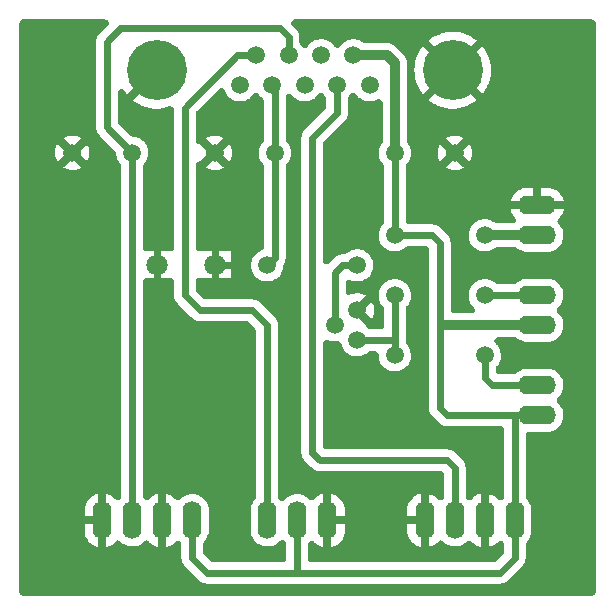
<source format=gbr>
%TF.GenerationSoftware,KiCad,Pcbnew,(6.0.6)*%
%TF.CreationDate,2022-08-19T16:35:04-03:00*%
%TF.ProjectId,hub_interior,6875625f-696e-4746-9572-696f722e6b69,rev?*%
%TF.SameCoordinates,Original*%
%TF.FileFunction,Copper,L2,Bot*%
%TF.FilePolarity,Positive*%
%FSLAX46Y46*%
G04 Gerber Fmt 4.6, Leading zero omitted, Abs format (unit mm)*
G04 Created by KiCad (PCBNEW (6.0.6)) date 2022-08-19 16:35:04*
%MOMM*%
%LPD*%
G01*
G04 APERTURE LIST*
%TA.AperFunction,ComponentPad*%
%ADD10O,1.600000X3.200000*%
%TD*%
%TA.AperFunction,ComponentPad*%
%ADD11C,1.500000*%
%TD*%
%TA.AperFunction,ComponentPad*%
%ADD12C,5.080000*%
%TD*%
%TA.AperFunction,ComponentPad*%
%ADD13O,3.200000X1.600000*%
%TD*%
%TA.AperFunction,ViaPad*%
%ADD14C,1.800000*%
%TD*%
%TA.AperFunction,Conductor*%
%ADD15C,0.609600*%
%TD*%
%TA.AperFunction,Conductor*%
%ADD16C,0.000000*%
%TD*%
%TA.AperFunction,Conductor*%
%ADD17C,0.812800*%
%TD*%
G04 APERTURE END LIST*
D10*
%TO.P,JP1,1*%
%TO.N,N$13*%
X145326100Y-122783600D03*
%TO.P,JP1,2*%
%TO.N,+5V*%
X147866100Y-122783600D03*
%TO.P,JP1,3*%
%TO.N,GND*%
X150406100Y-122783600D03*
%TD*%
D11*
%TO.P,R4,1*%
%TO.N,+5V*%
X156121100Y-98653600D03*
%TO.P,R4,2*%
%TO.N,N$7*%
X163741100Y-98653600D03*
%TD*%
%TO.P,C2,1*%
%TO.N,N$2*%
X145961100Y-91668600D03*
%TO.P,C2,2*%
%TO.N,GND*%
X140881100Y-91668600D03*
%TD*%
%TO.P,R3,1*%
%TO.N,N$3*%
X156121100Y-103733600D03*
%TO.P,R3,2*%
%TO.N,N$6*%
X163741100Y-103733600D03*
%TD*%
%TO.P,X1,1*%
%TO.N,N/C*%
X143014700Y-85953600D03*
%TO.P,X1,2*%
%TO.N,N$2*%
X145757900Y-85953600D03*
%TO.P,X1,3*%
%TO.N,N/C*%
X148501100Y-85953600D03*
%TO.P,X1,4*%
%TO.N,N$10*%
X151244300Y-85953600D03*
%TO.P,X1,5*%
%TO.N,N/C*%
X153987500Y-85953600D03*
%TO.P,X1,6*%
%TO.N,N$13*%
X144386300Y-83413600D03*
%TO.P,X1,7*%
%TO.N,N$4*%
X147129500Y-83413600D03*
%TO.P,X1,8*%
%TO.N,N/C*%
X149872700Y-83413600D03*
%TO.P,X1,9*%
%TO.N,+5V*%
X152615900Y-83413600D03*
D12*
%TO.P,X1,G1*%
%TO.N,GND*%
X135978900Y-84683600D03*
%TO.P,X1,G2*%
X161023300Y-84683600D03*
%TD*%
D13*
%TO.P,X2,1*%
%TO.N,+5V*%
X168186100Y-113893600D03*
%TO.P,X2,2*%
%TO.N,N$5*%
X168186100Y-111353600D03*
%TD*%
D11*
%TO.P,C1,1*%
%TO.N,N$4*%
X133896100Y-91668600D03*
%TO.P,C1,2*%
%TO.N,GND*%
X128816100Y-91668600D03*
%TD*%
%TO.P,R2,1*%
%TO.N,N$3*%
X156121100Y-108813600D03*
%TO.P,R2,2*%
%TO.N,N$5*%
X163741100Y-108813600D03*
%TD*%
%TO.P,Q1,1*%
%TO.N,GND*%
X152946100Y-105003600D03*
%TO.P,Q1,2*%
%TO.N,N$1*%
X151041100Y-106273600D03*
%TO.P,Q1,3*%
%TO.N,N$3*%
X152946100Y-107543600D03*
%TD*%
%TO.P,C3,1*%
%TO.N,+5V*%
X156121100Y-91668600D03*
%TO.P,C3,2*%
%TO.N,GND*%
X161201100Y-91668600D03*
%TD*%
D13*
%TO.P,X3,1*%
%TO.N,+5V*%
X168186100Y-106273600D03*
%TO.P,X3,2*%
%TO.N,N$6*%
X168186100Y-103733600D03*
%TD*%
D10*
%TO.P,RELE1,1*%
%TO.N,GND*%
X131356100Y-122783600D03*
%TO.P,RELE1,2*%
%TO.N,N$4*%
X133896100Y-122783600D03*
%TO.P,RELE1,3*%
%TO.N,GND*%
X136436100Y-122783600D03*
%TO.P,RELE1,4*%
%TO.N,+5V*%
X138976100Y-122783600D03*
%TD*%
D11*
%TO.P,R1,1*%
%TO.N,N$1*%
X152946100Y-101193600D03*
%TO.P,R1,2*%
%TO.N,N$2*%
X145326100Y-101193600D03*
%TD*%
D10*
%TO.P,VOLTAGE1,1*%
%TO.N,GND*%
X158661100Y-122783600D03*
%TO.P,VOLTAGE1,2*%
%TO.N,N$10*%
X161201100Y-122783600D03*
%TO.P,VOLTAGE1,3*%
%TO.N,GND*%
X163741100Y-122783600D03*
%TO.P,VOLTAGE1,4*%
%TO.N,+5V*%
X166281100Y-122783600D03*
%TD*%
D13*
%TO.P,LED1,1*%
%TO.N,N$7*%
X168186100Y-98653600D03*
%TO.P,LED1,2*%
%TO.N,GND*%
X168186100Y-96113600D03*
%TD*%
D14*
%TO.N,GND*%
X140881100Y-101193600D03*
X136000000Y-101193600D03*
%TD*%
D15*
%TO.N,GND*%
X136000000Y-103250000D02*
X136000000Y-98750000D01*
X140881100Y-101193600D02*
X140881100Y-99118900D01*
X140881100Y-101193600D02*
X140881100Y-102881100D01*
X158661100Y-122783600D02*
X158661100Y-125958600D01*
X140881100Y-101193600D02*
X143193600Y-101193600D01*
X140881100Y-99118900D02*
X141000000Y-99000000D01*
X143500000Y-101500000D02*
X143500000Y-102750000D01*
D16*
X135801100Y-84861400D02*
X135978900Y-84683600D01*
D15*
X136000000Y-101193600D02*
X136000000Y-103250000D01*
X143193600Y-101193600D02*
X143250000Y-101250000D01*
X143250000Y-101250000D02*
X143500000Y-101500000D01*
%TO.N,N$1*%
X151676100Y-101193600D02*
X152946100Y-101193600D01*
X151041100Y-101828600D02*
X151676100Y-101193600D01*
X151041100Y-106273600D02*
X151041100Y-101828600D01*
D17*
%TO.N,N$2*%
X145757900Y-85953600D02*
X145961100Y-86156800D01*
D15*
X145961100Y-100558600D02*
X145326100Y-101193600D01*
X145961100Y-91668600D02*
X145961100Y-100558600D01*
X145961100Y-86156800D02*
X145961100Y-91668600D01*
%TO.N,N$3*%
X156121100Y-108813600D02*
X156121100Y-107543600D01*
X156121100Y-107543600D02*
X156121100Y-103733600D01*
X152946100Y-107543600D02*
X156121100Y-107543600D01*
D17*
%TO.N,+5V*%
X168162500Y-106250000D02*
X168186100Y-106273600D01*
D15*
X159296100Y-98653600D02*
X159931100Y-99288600D01*
X147866100Y-122783600D02*
X147866100Y-127228600D01*
X166281100Y-125958600D02*
X166281100Y-122783600D01*
X140246100Y-127228600D02*
X147866100Y-127228600D01*
X165011100Y-127228600D02*
X166281100Y-125958600D01*
X138976100Y-125958600D02*
X140246100Y-127228600D01*
X156121100Y-98653600D02*
X159296100Y-98653600D01*
X156121100Y-98653600D02*
X156121100Y-91668600D01*
X159931100Y-99288600D02*
X159931100Y-105638600D01*
D17*
X156121100Y-84048600D02*
X155486100Y-83413600D01*
D15*
X166281100Y-113893600D02*
X168186100Y-113893600D01*
X159931100Y-105638600D02*
X159931100Y-113258600D01*
X159931100Y-113258600D02*
X160566100Y-113893600D01*
D17*
X155486100Y-83413600D02*
X152615900Y-83413600D01*
D15*
X160000000Y-106250000D02*
X159931100Y-106181100D01*
D17*
X160250000Y-106250000D02*
X168162500Y-106250000D01*
D15*
X159931100Y-106181100D02*
X159931100Y-105638600D01*
X160566100Y-113893600D02*
X166281100Y-113893600D01*
X160250000Y-106250000D02*
X160000000Y-106250000D01*
D17*
X156121100Y-91668600D02*
X156121100Y-84048600D01*
D15*
X166281100Y-122783600D02*
X166281100Y-113893600D01*
X147866100Y-127228600D02*
X165011100Y-127228600D01*
X138976100Y-122783600D02*
X138976100Y-125958600D01*
%TO.N,N$10*%
X151244300Y-85953600D02*
X151244300Y-88290400D01*
X160566100Y-117703600D02*
X149771100Y-117703600D01*
X161201100Y-122783600D02*
X161201100Y-118338600D01*
X149136100Y-117068600D02*
X149136100Y-90398600D01*
X149771100Y-117703600D02*
X149136100Y-117068600D01*
X161201100Y-118338600D02*
X160566100Y-117703600D01*
X151244300Y-88290400D02*
X149136100Y-90398600D01*
%TO.N,N$13*%
X138341100Y-103733600D02*
X139611100Y-105003600D01*
X142786100Y-83413600D02*
X138341100Y-87858600D01*
X144056100Y-105003600D02*
X145326100Y-106273600D01*
X139611100Y-105003600D02*
X144056100Y-105003600D01*
X138341100Y-87858600D02*
X138341100Y-103733600D01*
X144386300Y-83413600D02*
X142786100Y-83413600D01*
X145326100Y-106273600D02*
X145326100Y-122783600D01*
%TO.N,N$4*%
X131750000Y-89522500D02*
X133896100Y-91668600D01*
X147129500Y-81879500D02*
X146393400Y-81143400D01*
X132856600Y-81143400D02*
X131750000Y-82250000D01*
X147129500Y-83413600D02*
X147129500Y-81879500D01*
X131750000Y-82250000D02*
X131750000Y-89522500D01*
X146393400Y-81143400D02*
X132856600Y-81143400D01*
X133896100Y-122783600D02*
X133896100Y-91668600D01*
%TO.N,N$5*%
X163741100Y-110718600D02*
X163741100Y-108813600D01*
X164376100Y-111353600D02*
X163741100Y-110718600D01*
X168186100Y-111353600D02*
X164376100Y-111353600D01*
%TO.N,N$6*%
X163741100Y-103733600D02*
X168186100Y-103733600D01*
D17*
%TO.N,N$7*%
X168186100Y-98653600D02*
X163741100Y-98653600D01*
%TD*%
%TA.AperFunction,Conductor*%
%TO.N,GND*%
G36*
X131713597Y-80398891D02*
G01*
X131807021Y-80456736D01*
X131873240Y-80544424D01*
X131903311Y-80650112D01*
X131893172Y-80759525D01*
X131844193Y-80857888D01*
X131817011Y-80889125D01*
X131170625Y-81535511D01*
X131158245Y-81546083D01*
X131158761Y-81546656D01*
X131147114Y-81557143D01*
X131134440Y-81566351D01*
X131123960Y-81577990D01*
X131123958Y-81577992D01*
X131091354Y-81614203D01*
X131080578Y-81625558D01*
X131069161Y-81636975D01*
X131064228Y-81643067D01*
X131058987Y-81649538D01*
X131048830Y-81661430D01*
X131026937Y-81685745D01*
X131005753Y-81709273D01*
X130997917Y-81722844D01*
X130992948Y-81729684D01*
X130988336Y-81736787D01*
X130978474Y-81748965D01*
X130949247Y-81806326D01*
X130941790Y-81820061D01*
X130909593Y-81875827D01*
X130904750Y-81890733D01*
X130901308Y-81898464D01*
X130898278Y-81906358D01*
X130891162Y-81920323D01*
X130874501Y-81982504D01*
X130870055Y-81997511D01*
X130867678Y-82004828D01*
X130850163Y-82058734D01*
X130848525Y-82074321D01*
X130846767Y-82082590D01*
X130845443Y-82090948D01*
X130841386Y-82106090D01*
X130840566Y-82121741D01*
X130838017Y-82170366D01*
X130836790Y-82185960D01*
X130835919Y-82194250D01*
X130835100Y-82202048D01*
X130835100Y-82218212D01*
X130834690Y-82233860D01*
X130831321Y-82298146D01*
X130833772Y-82313620D01*
X130834592Y-82329272D01*
X130833824Y-82329312D01*
X130835100Y-82345538D01*
X130835100Y-89426962D01*
X130833824Y-89443188D01*
X130834592Y-89443228D01*
X130833772Y-89458880D01*
X130831321Y-89474354D01*
X130832141Y-89490001D01*
X130834690Y-89538640D01*
X130835100Y-89554288D01*
X130835100Y-89570452D01*
X130835919Y-89578241D01*
X130835919Y-89578250D01*
X130836790Y-89586540D01*
X130838017Y-89602134D01*
X130841386Y-89666410D01*
X130845443Y-89681552D01*
X130846767Y-89689910D01*
X130848525Y-89698179D01*
X130850163Y-89713766D01*
X130855006Y-89728671D01*
X130870055Y-89774989D01*
X130874498Y-89789987D01*
X130891162Y-89852177D01*
X130898278Y-89866142D01*
X130901308Y-89874036D01*
X130904750Y-89881767D01*
X130909593Y-89896673D01*
X130917429Y-89910245D01*
X130941790Y-89952439D01*
X130949247Y-89966174D01*
X130978474Y-90023535D01*
X130988336Y-90035713D01*
X130992948Y-90042816D01*
X130997917Y-90049656D01*
X131005753Y-90063227D01*
X131016240Y-90074874D01*
X131048830Y-90111070D01*
X131058987Y-90122962D01*
X131069161Y-90135525D01*
X131080578Y-90146942D01*
X131091354Y-90158297D01*
X131122087Y-90192429D01*
X131134440Y-90206149D01*
X131147114Y-90215357D01*
X131158761Y-90225844D01*
X131158245Y-90226417D01*
X131170625Y-90236989D01*
X132448950Y-91515314D01*
X132511048Y-91605967D01*
X132536029Y-91709525D01*
X132544621Y-91858538D01*
X132547316Y-91870498D01*
X132547317Y-91870503D01*
X132569458Y-91968751D01*
X132593790Y-92076719D01*
X132598404Y-92088082D01*
X132598405Y-92088085D01*
X132631487Y-92169556D01*
X132677934Y-92283940D01*
X132684342Y-92294397D01*
X132684343Y-92294399D01*
X132770840Y-92435549D01*
X132794792Y-92474636D01*
X132888826Y-92583191D01*
X132908200Y-92605557D01*
X132963658Y-92700417D01*
X132981200Y-92801325D01*
X132981200Y-120767791D01*
X132961009Y-120875802D01*
X132903164Y-120969226D01*
X132815476Y-121035445D01*
X132709788Y-121065516D01*
X132600375Y-121055377D01*
X132502012Y-121006398D01*
X132461050Y-120969022D01*
X132390861Y-120891886D01*
X132372969Y-120875201D01*
X132198666Y-120737545D01*
X132178284Y-120724003D01*
X131983838Y-120616663D01*
X131961519Y-120606633D01*
X131752151Y-120532491D01*
X131731837Y-120527123D01*
X131709296Y-120527316D01*
X131707688Y-120530615D01*
X131706100Y-120542365D01*
X131706100Y-125019669D01*
X131710252Y-125041880D01*
X131727930Y-125040242D01*
X131927706Y-124974945D01*
X131950246Y-124965470D01*
X132147267Y-124862908D01*
X132167970Y-124849870D01*
X132345592Y-124716508D01*
X132363878Y-124700273D01*
X132472115Y-124587009D01*
X132561335Y-124522869D01*
X132667700Y-124495291D01*
X132776845Y-124507999D01*
X132874029Y-124559276D01*
X132904631Y-124587198D01*
X132949616Y-124634355D01*
X132949622Y-124634360D01*
X132958361Y-124643521D01*
X133150353Y-124786366D01*
X133176007Y-124799409D01*
X133352379Y-124889082D01*
X133352385Y-124889084D01*
X133363668Y-124894821D01*
X133375753Y-124898573D01*
X133375759Y-124898576D01*
X133580119Y-124962032D01*
X133580124Y-124962033D01*
X133592207Y-124965785D01*
X133650725Y-124973541D01*
X133816885Y-124995564D01*
X133816889Y-124995564D01*
X133829435Y-124997227D01*
X133842089Y-124996752D01*
X133842090Y-124996752D01*
X133896524Y-124994708D01*
X134068569Y-124988249D01*
X134302772Y-124939108D01*
X134525347Y-124851209D01*
X134609823Y-124799948D01*
X134719104Y-124733636D01*
X134719110Y-124733632D01*
X134729930Y-124727066D01*
X134760800Y-124700279D01*
X134910670Y-124570227D01*
X134913032Y-124572949D01*
X134981882Y-124524232D01*
X135088451Y-124497452D01*
X135197498Y-124510978D01*
X135294295Y-124562982D01*
X135327946Y-124594658D01*
X135401332Y-124675308D01*
X135419231Y-124691999D01*
X135593534Y-124829655D01*
X135613916Y-124843197D01*
X135808362Y-124950537D01*
X135830681Y-124960567D01*
X136040049Y-125034709D01*
X136060363Y-125040077D01*
X136082904Y-125039884D01*
X136084512Y-125036585D01*
X136086100Y-125024835D01*
X136086100Y-120547531D01*
X136081948Y-120525320D01*
X136064270Y-120526958D01*
X135864494Y-120592255D01*
X135841954Y-120601730D01*
X135644933Y-120704292D01*
X135624230Y-120717330D01*
X135446608Y-120850692D01*
X135428328Y-120866921D01*
X135326168Y-120973826D01*
X135236947Y-121037965D01*
X135130582Y-121065543D01*
X135021437Y-121052835D01*
X134924253Y-121001558D01*
X134852155Y-120918636D01*
X134814881Y-120815269D01*
X134811000Y-120767252D01*
X134811000Y-102549000D01*
X134831191Y-102440989D01*
X134889036Y-102347565D01*
X134976724Y-102281346D01*
X135082412Y-102251275D01*
X135110000Y-102250000D01*
X137127200Y-102250000D01*
X137235211Y-102270191D01*
X137328635Y-102328036D01*
X137394854Y-102415724D01*
X137424925Y-102521412D01*
X137426200Y-102549000D01*
X137426200Y-103638062D01*
X137424924Y-103654288D01*
X137425692Y-103654328D01*
X137424872Y-103669980D01*
X137422421Y-103685454D01*
X137423241Y-103701101D01*
X137425790Y-103749740D01*
X137426200Y-103765388D01*
X137426200Y-103781552D01*
X137427019Y-103789341D01*
X137427019Y-103789350D01*
X137427890Y-103797640D01*
X137429117Y-103813234D01*
X137432486Y-103877510D01*
X137436543Y-103892652D01*
X137437867Y-103901010D01*
X137439625Y-103909279D01*
X137441263Y-103924866D01*
X137446106Y-103939771D01*
X137461155Y-103986089D01*
X137465598Y-104001087D01*
X137482262Y-104063277D01*
X137489378Y-104077242D01*
X137492408Y-104085136D01*
X137495850Y-104092867D01*
X137500693Y-104107773D01*
X137508529Y-104121345D01*
X137532890Y-104163539D01*
X137540347Y-104177274D01*
X137569574Y-104234635D01*
X137579436Y-104246813D01*
X137584048Y-104253916D01*
X137589017Y-104260756D01*
X137596853Y-104274327D01*
X137607340Y-104285974D01*
X137639930Y-104322170D01*
X137650087Y-104334062D01*
X137660261Y-104346625D01*
X137671678Y-104358042D01*
X137682454Y-104369397D01*
X137725540Y-104417249D01*
X137738214Y-104426457D01*
X137749861Y-104436944D01*
X137749345Y-104437517D01*
X137761725Y-104448089D01*
X138896611Y-105582975D01*
X138907183Y-105595355D01*
X138907756Y-105594839D01*
X138918243Y-105606486D01*
X138927451Y-105619160D01*
X138939090Y-105629640D01*
X138939092Y-105629642D01*
X138975303Y-105662246D01*
X138986658Y-105673022D01*
X138998075Y-105684439D01*
X139004156Y-105689363D01*
X139010632Y-105694607D01*
X139022538Y-105704776D01*
X139053743Y-105732873D01*
X139070373Y-105747847D01*
X139083939Y-105755679D01*
X139090775Y-105760646D01*
X139097884Y-105765263D01*
X139110064Y-105775126D01*
X139124022Y-105782238D01*
X139124025Y-105782240D01*
X139144516Y-105792680D01*
X139167438Y-105804360D01*
X139181161Y-105811810D01*
X139236927Y-105844007D01*
X139251836Y-105848851D01*
X139259581Y-105852299D01*
X139267463Y-105855325D01*
X139281423Y-105862438D01*
X139343597Y-105879098D01*
X139358600Y-105883542D01*
X139404933Y-105898596D01*
X139404937Y-105898597D01*
X139419834Y-105903437D01*
X139435412Y-105905074D01*
X139443699Y-105906836D01*
X139452058Y-105908160D01*
X139467189Y-105912214D01*
X139531491Y-105915584D01*
X139547077Y-105916811D01*
X139550890Y-105917212D01*
X139555361Y-105917682D01*
X139555368Y-105917682D01*
X139563148Y-105918500D01*
X139579312Y-105918500D01*
X139594959Y-105918910D01*
X139659246Y-105922279D01*
X139674718Y-105919828D01*
X139690375Y-105919008D01*
X139690415Y-105919776D01*
X139706640Y-105918500D01*
X143553286Y-105918500D01*
X143661297Y-105938691D01*
X143754721Y-105996536D01*
X143764711Y-106006075D01*
X144323625Y-106564989D01*
X144385723Y-106655642D01*
X144410881Y-106762605D01*
X144411200Y-106776414D01*
X144411200Y-120774604D01*
X144391009Y-120882615D01*
X144326556Y-120983056D01*
X144321089Y-120988678D01*
X144311530Y-120996973D01*
X144159798Y-121182023D01*
X144153537Y-121193023D01*
X144153535Y-121193025D01*
X144088723Y-121306884D01*
X144041415Y-121389992D01*
X143959765Y-121614935D01*
X143957512Y-121627394D01*
X143957511Y-121627398D01*
X143941893Y-121713768D01*
X143917183Y-121850418D01*
X143916000Y-121875502D01*
X143916000Y-123643683D01*
X143931134Y-123822046D01*
X143991253Y-124053674D01*
X144089539Y-124271861D01*
X144223182Y-124470368D01*
X144388361Y-124643521D01*
X144580353Y-124786366D01*
X144606007Y-124799409D01*
X144782379Y-124889082D01*
X144782385Y-124889084D01*
X144793668Y-124894821D01*
X144805753Y-124898573D01*
X144805759Y-124898576D01*
X145010119Y-124962032D01*
X145010124Y-124962033D01*
X145022207Y-124965785D01*
X145080725Y-124973541D01*
X145246885Y-124995564D01*
X145246889Y-124995564D01*
X145259435Y-124997227D01*
X145272089Y-124996752D01*
X145272090Y-124996752D01*
X145326524Y-124994708D01*
X145498569Y-124988249D01*
X145732772Y-124939108D01*
X145955347Y-124851209D01*
X146039823Y-124799948D01*
X146149104Y-124733636D01*
X146149110Y-124733632D01*
X146159930Y-124727066D01*
X146190800Y-124700279D01*
X146331111Y-124578522D01*
X146331111Y-124578521D01*
X146340670Y-124570227D01*
X146349650Y-124559276D01*
X146365714Y-124539684D01*
X146449812Y-124468962D01*
X146553779Y-124433395D01*
X146663573Y-124437787D01*
X146764367Y-124481545D01*
X146813277Y-124522882D01*
X146868549Y-124580823D01*
X146928494Y-124672914D01*
X146951200Y-124787206D01*
X146951200Y-126014700D01*
X146931009Y-126122711D01*
X146873164Y-126216135D01*
X146785476Y-126282354D01*
X146679788Y-126312425D01*
X146652200Y-126313700D01*
X140748914Y-126313700D01*
X140640903Y-126293509D01*
X140547479Y-126235664D01*
X140537489Y-126226125D01*
X139978575Y-125667211D01*
X139916477Y-125576558D01*
X139891319Y-125469595D01*
X139891000Y-125455786D01*
X139891000Y-124792596D01*
X139911191Y-124684585D01*
X139975644Y-124584144D01*
X139981112Y-124578521D01*
X139990670Y-124570227D01*
X140142402Y-124385177D01*
X140181825Y-124315922D01*
X140254522Y-124188211D01*
X140254523Y-124188208D01*
X140260785Y-124177208D01*
X140342435Y-123952265D01*
X140355961Y-123877468D01*
X140383262Y-123726487D01*
X140385017Y-123716782D01*
X140386200Y-123691698D01*
X140386200Y-121923517D01*
X140371066Y-121745154D01*
X140310947Y-121513526D01*
X140212661Y-121295339D01*
X140079018Y-121096832D01*
X139913839Y-120923679D01*
X139721847Y-120780834D01*
X139607231Y-120722560D01*
X139519821Y-120678118D01*
X139519815Y-120678116D01*
X139508532Y-120672379D01*
X139496447Y-120668627D01*
X139496441Y-120668624D01*
X139292081Y-120605168D01*
X139292076Y-120605167D01*
X139279993Y-120601415D01*
X139221475Y-120593659D01*
X139055315Y-120571636D01*
X139055311Y-120571636D01*
X139042765Y-120569973D01*
X139030111Y-120570448D01*
X139030110Y-120570448D01*
X138975676Y-120572492D01*
X138803631Y-120578951D01*
X138569428Y-120628092D01*
X138346853Y-120715991D01*
X138336028Y-120722560D01*
X138153096Y-120833564D01*
X138153090Y-120833568D01*
X138142270Y-120840134D01*
X138132710Y-120848430D01*
X138132707Y-120848432D01*
X137993505Y-120969226D01*
X137961530Y-120996973D01*
X137959168Y-120994251D01*
X137890318Y-121042968D01*
X137783749Y-121069748D01*
X137674702Y-121056222D01*
X137577905Y-121004218D01*
X137544254Y-120972542D01*
X137470868Y-120891892D01*
X137452969Y-120875201D01*
X137278666Y-120737545D01*
X137258284Y-120724003D01*
X137063838Y-120616663D01*
X137041519Y-120606633D01*
X136832151Y-120532491D01*
X136811837Y-120527123D01*
X136789296Y-120527316D01*
X136787688Y-120530615D01*
X136786100Y-120542365D01*
X136786100Y-125019669D01*
X136790252Y-125041880D01*
X136807930Y-125040242D01*
X137007706Y-124974945D01*
X137030246Y-124965470D01*
X137227267Y-124862908D01*
X137247970Y-124849870D01*
X137425592Y-124716508D01*
X137443872Y-124700279D01*
X137546032Y-124593374D01*
X137635253Y-124529235D01*
X137741618Y-124501657D01*
X137850763Y-124514365D01*
X137947947Y-124565642D01*
X138020045Y-124648564D01*
X138057319Y-124751931D01*
X138061200Y-124799948D01*
X138061200Y-125863062D01*
X138059924Y-125879288D01*
X138060692Y-125879328D01*
X138059872Y-125894980D01*
X138057421Y-125910454D01*
X138058241Y-125926100D01*
X138058241Y-125926101D01*
X138060790Y-125974740D01*
X138061200Y-125990388D01*
X138061200Y-126006552D01*
X138062018Y-126014339D01*
X138062019Y-126014350D01*
X138062890Y-126022640D01*
X138064117Y-126038234D01*
X138067486Y-126102510D01*
X138071543Y-126117652D01*
X138072867Y-126126010D01*
X138074625Y-126134279D01*
X138076263Y-126149866D01*
X138081105Y-126164767D01*
X138081106Y-126164771D01*
X138096155Y-126211089D01*
X138100598Y-126226087D01*
X138117262Y-126288277D01*
X138124378Y-126302242D01*
X138127408Y-126310136D01*
X138130850Y-126317867D01*
X138135693Y-126332773D01*
X138143527Y-126346341D01*
X138143529Y-126346345D01*
X138167890Y-126388539D01*
X138175347Y-126402274D01*
X138204574Y-126459635D01*
X138214436Y-126471813D01*
X138219048Y-126478916D01*
X138224017Y-126485756D01*
X138231853Y-126499327D01*
X138242340Y-126510974D01*
X138274930Y-126547170D01*
X138285087Y-126559062D01*
X138295261Y-126571625D01*
X138306678Y-126583042D01*
X138317454Y-126594397D01*
X138360540Y-126642249D01*
X138373214Y-126651457D01*
X138384861Y-126661944D01*
X138384345Y-126662517D01*
X138396725Y-126673089D01*
X139531611Y-127807975D01*
X139542183Y-127820355D01*
X139542756Y-127819839D01*
X139553243Y-127831486D01*
X139562451Y-127844160D01*
X139574090Y-127854640D01*
X139574092Y-127854642D01*
X139610303Y-127887246D01*
X139621658Y-127898022D01*
X139633075Y-127909439D01*
X139639156Y-127914363D01*
X139645632Y-127919607D01*
X139657531Y-127929770D01*
X139705373Y-127972847D01*
X139718939Y-127980679D01*
X139725775Y-127985646D01*
X139732884Y-127990263D01*
X139745064Y-128000126D01*
X139759022Y-128007238D01*
X139759025Y-128007240D01*
X139779516Y-128017680D01*
X139802438Y-128029360D01*
X139816161Y-128036810D01*
X139871927Y-128069007D01*
X139886836Y-128073851D01*
X139894581Y-128077299D01*
X139902463Y-128080325D01*
X139916423Y-128087438D01*
X139978597Y-128104098D01*
X139993600Y-128108542D01*
X140039933Y-128123596D01*
X140039937Y-128123597D01*
X140054834Y-128128437D01*
X140070412Y-128130074D01*
X140078699Y-128131836D01*
X140087058Y-128133160D01*
X140102189Y-128137214D01*
X140166491Y-128140584D01*
X140182077Y-128141811D01*
X140185890Y-128142212D01*
X140190361Y-128142682D01*
X140190368Y-128142682D01*
X140198148Y-128143500D01*
X140214312Y-128143500D01*
X140229959Y-128143910D01*
X140294246Y-128147279D01*
X140309718Y-128144828D01*
X140325375Y-128144008D01*
X140325415Y-128144776D01*
X140341640Y-128143500D01*
X164915562Y-128143500D01*
X164931788Y-128144776D01*
X164931828Y-128144008D01*
X164947480Y-128144828D01*
X164962954Y-128147279D01*
X164978601Y-128146459D01*
X165027240Y-128143910D01*
X165042888Y-128143500D01*
X165059052Y-128143500D01*
X165066841Y-128142681D01*
X165066850Y-128142681D01*
X165075140Y-128141810D01*
X165090734Y-128140583D01*
X165108737Y-128139639D01*
X165155010Y-128137214D01*
X165170152Y-128133157D01*
X165178510Y-128131833D01*
X165186779Y-128130075D01*
X165202366Y-128128437D01*
X165221259Y-128122298D01*
X165263589Y-128108545D01*
X165278587Y-128104102D01*
X165340777Y-128087438D01*
X165354742Y-128080322D01*
X165362636Y-128077292D01*
X165370367Y-128073850D01*
X165385273Y-128069007D01*
X165441039Y-128036810D01*
X165454777Y-128029351D01*
X165512135Y-128000126D01*
X165524313Y-127990264D01*
X165531416Y-127985652D01*
X165538256Y-127980683D01*
X165551827Y-127972847D01*
X165599670Y-127929770D01*
X165611562Y-127919613D01*
X165618033Y-127914372D01*
X165624125Y-127909439D01*
X165635542Y-127898022D01*
X165646897Y-127887246D01*
X165683108Y-127854642D01*
X165683110Y-127854640D01*
X165694749Y-127844160D01*
X165703957Y-127831486D01*
X165714444Y-127819839D01*
X165715017Y-127820355D01*
X165725589Y-127807975D01*
X166860475Y-126673089D01*
X166872855Y-126662517D01*
X166872339Y-126661944D01*
X166883986Y-126651457D01*
X166896660Y-126642249D01*
X166939746Y-126594397D01*
X166950522Y-126583042D01*
X166961939Y-126571625D01*
X166972113Y-126559060D01*
X166982276Y-126547162D01*
X167014864Y-126510970D01*
X167014866Y-126510968D01*
X167025347Y-126499327D01*
X167033179Y-126485761D01*
X167038146Y-126478925D01*
X167042763Y-126471816D01*
X167052626Y-126459636D01*
X167081860Y-126402262D01*
X167089310Y-126388539D01*
X167121507Y-126332773D01*
X167126351Y-126317864D01*
X167129799Y-126310119D01*
X167132825Y-126302237D01*
X167139938Y-126288277D01*
X167156600Y-126226096D01*
X167161042Y-126211100D01*
X167176096Y-126164767D01*
X167176097Y-126164763D01*
X167180937Y-126149866D01*
X167182574Y-126134288D01*
X167184336Y-126126001D01*
X167185660Y-126117642D01*
X167189714Y-126102511D01*
X167193084Y-126038209D01*
X167194312Y-126022611D01*
X167195182Y-126014339D01*
X167195182Y-126014332D01*
X167196000Y-126006552D01*
X167196000Y-125990388D01*
X167196410Y-125974740D01*
X167198959Y-125926100D01*
X167199779Y-125910454D01*
X167197328Y-125894982D01*
X167196508Y-125879325D01*
X167197276Y-125879285D01*
X167196000Y-125863060D01*
X167196000Y-124792596D01*
X167216191Y-124684585D01*
X167280644Y-124584144D01*
X167286112Y-124578521D01*
X167295670Y-124570227D01*
X167447402Y-124385177D01*
X167486825Y-124315922D01*
X167559522Y-124188211D01*
X167559523Y-124188208D01*
X167565785Y-124177208D01*
X167647435Y-123952265D01*
X167660961Y-123877468D01*
X167688262Y-123726487D01*
X167690017Y-123716782D01*
X167691200Y-123691698D01*
X167691200Y-121923517D01*
X167676066Y-121745154D01*
X167615947Y-121513526D01*
X167517661Y-121295339D01*
X167384018Y-121096832D01*
X167375280Y-121087672D01*
X167375275Y-121087666D01*
X167278652Y-120986378D01*
X167218707Y-120894288D01*
X167196000Y-120779994D01*
X167196000Y-115602700D01*
X167216191Y-115494689D01*
X167274036Y-115401265D01*
X167361724Y-115335046D01*
X167467412Y-115304975D01*
X167495000Y-115303700D01*
X169046183Y-115303700D01*
X169153453Y-115294598D01*
X169211926Y-115289637D01*
X169211928Y-115289637D01*
X169224546Y-115288566D01*
X169324878Y-115262525D01*
X169443927Y-115231626D01*
X169443930Y-115231625D01*
X169456174Y-115228447D01*
X169467711Y-115223250D01*
X169662816Y-115135362D01*
X169662819Y-115135360D01*
X169674361Y-115130161D01*
X169872868Y-114996518D01*
X170046021Y-114831339D01*
X170188866Y-114639347D01*
X170216697Y-114584607D01*
X170291582Y-114437321D01*
X170291584Y-114437315D01*
X170297321Y-114426032D01*
X170301073Y-114413947D01*
X170301076Y-114413941D01*
X170364532Y-114209581D01*
X170364533Y-114209576D01*
X170368285Y-114197493D01*
X170376041Y-114138975D01*
X170398064Y-113972815D01*
X170398064Y-113972811D01*
X170399727Y-113960265D01*
X170390749Y-113721131D01*
X170341608Y-113486928D01*
X170253709Y-113264353D01*
X170192245Y-113163062D01*
X170136136Y-113070596D01*
X170136132Y-113070590D01*
X170129566Y-113059770D01*
X170039514Y-112955994D01*
X169981022Y-112888589D01*
X169981021Y-112888589D01*
X169972727Y-112879030D01*
X169962941Y-112871006D01*
X169962938Y-112871003D01*
X169942184Y-112853986D01*
X169871462Y-112769888D01*
X169835895Y-112665921D01*
X169840287Y-112556127D01*
X169884045Y-112455333D01*
X169925381Y-112406424D01*
X170036855Y-112300084D01*
X170036861Y-112300077D01*
X170046021Y-112291339D01*
X170188866Y-112099347D01*
X170216697Y-112044607D01*
X170291582Y-111897321D01*
X170291584Y-111897315D01*
X170297321Y-111886032D01*
X170301073Y-111873947D01*
X170301076Y-111873941D01*
X170364532Y-111669581D01*
X170364533Y-111669576D01*
X170368285Y-111657493D01*
X170376041Y-111598975D01*
X170398064Y-111432815D01*
X170398064Y-111432811D01*
X170399727Y-111420265D01*
X170390749Y-111181131D01*
X170341608Y-110946928D01*
X170253709Y-110724353D01*
X170192245Y-110623062D01*
X170136136Y-110530596D01*
X170136132Y-110530590D01*
X170129566Y-110519770D01*
X170039513Y-110415993D01*
X169981022Y-110348589D01*
X169981021Y-110348589D01*
X169972727Y-110339030D01*
X169787677Y-110187298D01*
X169776677Y-110181037D01*
X169776675Y-110181035D01*
X169590711Y-110075178D01*
X169590708Y-110075177D01*
X169579708Y-110068915D01*
X169354765Y-109987265D01*
X169342306Y-109985012D01*
X169342302Y-109985011D01*
X169128987Y-109946438D01*
X169128988Y-109946438D01*
X169119282Y-109944683D01*
X169109439Y-109944219D01*
X169109432Y-109944218D01*
X169097718Y-109943666D01*
X169094198Y-109943500D01*
X167326017Y-109943500D01*
X167218747Y-109952602D01*
X167160274Y-109957563D01*
X167160272Y-109957563D01*
X167147654Y-109958634D01*
X167070170Y-109978745D01*
X166928273Y-110015574D01*
X166928270Y-110015575D01*
X166916026Y-110018753D01*
X166904489Y-110023950D01*
X166709384Y-110111838D01*
X166709381Y-110111840D01*
X166697839Y-110117039D01*
X166499332Y-110250682D01*
X166490172Y-110259420D01*
X166490166Y-110259425D01*
X166388878Y-110356048D01*
X166296788Y-110415993D01*
X166182494Y-110438700D01*
X164955000Y-110438700D01*
X164846989Y-110418509D01*
X164753565Y-110360664D01*
X164687346Y-110272976D01*
X164657275Y-110167288D01*
X164656000Y-110139700D01*
X164656000Y-109946269D01*
X164676191Y-109838258D01*
X164734036Y-109744834D01*
X164743944Y-109734476D01*
X164771725Y-109706792D01*
X164771727Y-109706790D01*
X164780418Y-109698129D01*
X164910929Y-109516504D01*
X165010023Y-109316002D01*
X165075039Y-109102008D01*
X165104232Y-108880268D01*
X165105861Y-108813600D01*
X165087535Y-108590699D01*
X165067118Y-108509415D01*
X165036040Y-108385686D01*
X165036038Y-108385681D01*
X165033050Y-108373784D01*
X164943869Y-108168681D01*
X164822386Y-107980898D01*
X164807800Y-107964868D01*
X164680123Y-107824552D01*
X164680120Y-107824549D01*
X164671865Y-107815477D01*
X164652456Y-107800149D01*
X164580206Y-107717362D01*
X164542739Y-107614065D01*
X164545118Y-107504208D01*
X164587022Y-107402630D01*
X164662790Y-107323047D01*
X164762190Y-107276210D01*
X164837769Y-107266500D01*
X166266134Y-107266500D01*
X166374145Y-107286691D01*
X166455717Y-107334288D01*
X166574729Y-107431872D01*
X166574734Y-107431875D01*
X166584523Y-107439902D01*
X166595523Y-107446163D01*
X166595525Y-107446165D01*
X166767869Y-107544269D01*
X166792492Y-107558285D01*
X167017435Y-107639935D01*
X167029894Y-107642188D01*
X167029898Y-107642189D01*
X167158176Y-107665385D01*
X167252918Y-107682517D01*
X167262761Y-107682981D01*
X167262768Y-107682982D01*
X167274482Y-107683534D01*
X167278002Y-107683700D01*
X169046183Y-107683700D01*
X169153453Y-107674598D01*
X169211926Y-107669637D01*
X169211928Y-107669637D01*
X169224546Y-107668566D01*
X169351508Y-107635613D01*
X169443927Y-107611626D01*
X169443930Y-107611625D01*
X169456174Y-107608447D01*
X169467711Y-107603250D01*
X169662816Y-107515362D01*
X169662819Y-107515360D01*
X169674361Y-107510161D01*
X169806374Y-107421285D01*
X169862364Y-107383590D01*
X169862366Y-107383588D01*
X169872868Y-107376518D01*
X170046021Y-107211339D01*
X170188866Y-107019347D01*
X170211817Y-106974207D01*
X170291582Y-106817321D01*
X170291584Y-106817315D01*
X170297321Y-106806032D01*
X170301073Y-106793947D01*
X170301076Y-106793941D01*
X170364532Y-106589581D01*
X170364533Y-106589576D01*
X170368285Y-106577493D01*
X170386812Y-106437711D01*
X170398064Y-106352815D01*
X170398064Y-106352811D01*
X170399727Y-106340265D01*
X170390749Y-106101131D01*
X170341608Y-105866928D01*
X170253709Y-105644353D01*
X170182777Y-105527460D01*
X170136136Y-105450596D01*
X170136132Y-105450590D01*
X170129566Y-105439770D01*
X170028075Y-105322812D01*
X169981022Y-105268589D01*
X169981021Y-105268589D01*
X169972727Y-105259030D01*
X169962941Y-105251006D01*
X169962938Y-105251003D01*
X169942184Y-105233986D01*
X169871462Y-105149888D01*
X169835895Y-105045921D01*
X169840287Y-104936127D01*
X169884045Y-104835333D01*
X169925381Y-104786424D01*
X170036855Y-104680084D01*
X170036861Y-104680077D01*
X170046021Y-104671339D01*
X170188866Y-104479347D01*
X170216240Y-104425507D01*
X170291582Y-104277321D01*
X170291584Y-104277315D01*
X170297321Y-104266032D01*
X170301073Y-104253947D01*
X170301076Y-104253941D01*
X170364532Y-104049581D01*
X170364533Y-104049576D01*
X170368285Y-104037493D01*
X170381803Y-103935503D01*
X170398064Y-103812815D01*
X170398064Y-103812811D01*
X170399727Y-103800265D01*
X170399025Y-103781552D01*
X170395514Y-103688052D01*
X170390749Y-103561131D01*
X170341608Y-103326928D01*
X170253709Y-103104353D01*
X170136504Y-102911203D01*
X170136136Y-102910596D01*
X170136132Y-102910590D01*
X170129566Y-102899770D01*
X170039513Y-102795993D01*
X169981022Y-102728589D01*
X169981021Y-102728589D01*
X169972727Y-102719030D01*
X169787677Y-102567298D01*
X169776677Y-102561037D01*
X169776675Y-102561035D01*
X169590711Y-102455178D01*
X169590708Y-102455177D01*
X169579708Y-102448915D01*
X169354765Y-102367265D01*
X169342306Y-102365012D01*
X169342302Y-102365011D01*
X169128987Y-102326438D01*
X169128988Y-102326438D01*
X169119282Y-102324683D01*
X169109439Y-102324219D01*
X169109432Y-102324218D01*
X169097718Y-102323666D01*
X169094198Y-102323500D01*
X167326017Y-102323500D01*
X167218747Y-102332602D01*
X167160274Y-102337563D01*
X167160272Y-102337563D01*
X167147654Y-102338634D01*
X167070170Y-102358745D01*
X166928273Y-102395574D01*
X166928270Y-102395575D01*
X166916026Y-102398753D01*
X166904489Y-102403950D01*
X166709384Y-102491838D01*
X166709381Y-102491840D01*
X166697839Y-102497039D01*
X166499332Y-102630682D01*
X166490172Y-102639420D01*
X166490166Y-102639425D01*
X166388878Y-102736048D01*
X166296788Y-102795993D01*
X166182494Y-102818700D01*
X164877416Y-102818700D01*
X164769405Y-102798509D01*
X164675835Y-102739840D01*
X164671865Y-102735477D01*
X164654677Y-102721903D01*
X164505976Y-102604466D01*
X164505972Y-102604463D01*
X164496347Y-102596862D01*
X164457330Y-102575323D01*
X164410028Y-102549211D01*
X164300547Y-102488774D01*
X164262998Y-102475477D01*
X164101289Y-102418213D01*
X164101288Y-102418213D01*
X164089722Y-102414117D01*
X164077648Y-102411966D01*
X164077643Y-102411965D01*
X163964859Y-102391876D01*
X163869535Y-102374896D01*
X163857273Y-102374746D01*
X163857271Y-102374746D01*
X163716264Y-102373023D01*
X163645899Y-102372163D01*
X163633771Y-102374019D01*
X163633769Y-102374019D01*
X163436940Y-102404138D01*
X163436937Y-102404139D01*
X163424819Y-102405993D01*
X163413163Y-102409803D01*
X163413162Y-102409803D01*
X163355145Y-102428766D01*
X163212234Y-102475477D01*
X163013851Y-102578749D01*
X162834999Y-102713034D01*
X162680482Y-102874728D01*
X162554447Y-103059487D01*
X162460281Y-103262350D01*
X162457003Y-103274170D01*
X162457002Y-103274173D01*
X162448263Y-103305686D01*
X162400513Y-103477869D01*
X162399210Y-103490063D01*
X162399209Y-103490067D01*
X162381654Y-103654328D01*
X162376746Y-103700256D01*
X162389621Y-103923538D01*
X162392316Y-103935498D01*
X162392317Y-103935503D01*
X162434719Y-104123655D01*
X162438790Y-104141719D01*
X162443404Y-104153082D01*
X162443405Y-104153085D01*
X162472591Y-104224960D01*
X162522934Y-104348940D01*
X162529342Y-104359397D01*
X162529343Y-104359399D01*
X162629878Y-104523457D01*
X162639792Y-104539636D01*
X162786227Y-104708684D01*
X162795662Y-104716517D01*
X162800110Y-104720873D01*
X162863155Y-104810870D01*
X162889431Y-104917564D01*
X162875391Y-105026546D01*
X162822929Y-105123096D01*
X162739133Y-105194175D01*
X162635318Y-105230184D01*
X162590911Y-105233500D01*
X161145000Y-105233500D01*
X161036989Y-105213309D01*
X160943565Y-105155464D01*
X160877346Y-105067776D01*
X160847275Y-104962088D01*
X160846000Y-104934500D01*
X160846000Y-99384145D01*
X160847278Y-99367914D01*
X160846509Y-99367874D01*
X160847329Y-99352220D01*
X160849780Y-99336746D01*
X160846410Y-99272447D01*
X160846000Y-99256798D01*
X160846000Y-99240648D01*
X160844311Y-99224576D01*
X160843082Y-99208962D01*
X160841881Y-99186032D01*
X160839714Y-99144690D01*
X160835659Y-99129557D01*
X160834335Y-99121196D01*
X160832575Y-99112915D01*
X160830937Y-99097334D01*
X160815477Y-99049753D01*
X160811045Y-99036111D01*
X160806599Y-99021104D01*
X160789938Y-98958923D01*
X160782823Y-98944959D01*
X160779796Y-98937073D01*
X160776351Y-98929335D01*
X160771507Y-98914427D01*
X160739328Y-98858690D01*
X160731861Y-98844938D01*
X160709745Y-98801533D01*
X160709741Y-98801526D01*
X160702627Y-98787565D01*
X160692763Y-98775384D01*
X160688148Y-98768278D01*
X160683180Y-98761440D01*
X160675347Y-98747873D01*
X160632273Y-98700035D01*
X160622107Y-98688132D01*
X160616863Y-98681656D01*
X160611939Y-98675575D01*
X160600522Y-98664158D01*
X160589746Y-98652803D01*
X160560441Y-98620256D01*
X162376746Y-98620256D01*
X162389621Y-98843538D01*
X162392316Y-98855498D01*
X162392317Y-98855503D01*
X162433019Y-99036111D01*
X162438790Y-99061719D01*
X162443404Y-99073082D01*
X162443405Y-99073085D01*
X162472481Y-99144690D01*
X162522934Y-99268940D01*
X162529342Y-99279397D01*
X162529343Y-99279399D01*
X162595929Y-99388057D01*
X162639792Y-99459636D01*
X162786227Y-99628684D01*
X162795663Y-99636518D01*
X162795664Y-99636519D01*
X162818775Y-99655706D01*
X162958305Y-99771547D01*
X163151406Y-99884386D01*
X163162875Y-99888766D01*
X163162876Y-99888766D01*
X163348873Y-99959791D01*
X163348876Y-99959792D01*
X163360344Y-99964171D01*
X163372376Y-99966619D01*
X163567474Y-100006313D01*
X163567476Y-100006313D01*
X163579507Y-100008761D01*
X163591777Y-100009211D01*
X163591778Y-100009211D01*
X163626686Y-100010491D01*
X163803010Y-100016956D01*
X163948466Y-99998323D01*
X164012674Y-99990098D01*
X164012677Y-99990097D01*
X164024850Y-99988538D01*
X164148660Y-99951393D01*
X164227318Y-99927795D01*
X164227321Y-99927794D01*
X164239070Y-99924269D01*
X164439916Y-99825875D01*
X164463559Y-99809011D01*
X164580384Y-99725680D01*
X164680042Y-99679395D01*
X164754014Y-99670100D01*
X166294917Y-99670100D01*
X166402928Y-99690291D01*
X166484496Y-99737885D01*
X166584523Y-99819902D01*
X166595533Y-99826169D01*
X166595534Y-99826170D01*
X166780861Y-99931664D01*
X166792492Y-99938285D01*
X167017435Y-100019935D01*
X167029894Y-100022188D01*
X167029898Y-100022189D01*
X167121478Y-100038749D01*
X167252918Y-100062517D01*
X167262761Y-100062981D01*
X167262768Y-100062982D01*
X167274482Y-100063534D01*
X167278002Y-100063700D01*
X169046183Y-100063700D01*
X169153453Y-100054598D01*
X169211926Y-100049637D01*
X169211928Y-100049637D01*
X169224546Y-100048566D01*
X169377908Y-100008761D01*
X169443927Y-99991626D01*
X169443930Y-99991625D01*
X169456174Y-99988447D01*
X169500113Y-99968654D01*
X169662816Y-99895362D01*
X169662819Y-99895360D01*
X169674361Y-99890161D01*
X169850545Y-99771547D01*
X169862364Y-99763590D01*
X169862366Y-99763588D01*
X169872868Y-99756518D01*
X169892399Y-99737887D01*
X170036860Y-99600078D01*
X170046021Y-99591339D01*
X170188866Y-99399347D01*
X170253385Y-99272448D01*
X170291582Y-99197321D01*
X170291584Y-99197315D01*
X170297321Y-99186032D01*
X170301073Y-99173947D01*
X170301076Y-99173941D01*
X170364532Y-98969581D01*
X170364533Y-98969576D01*
X170368285Y-98957493D01*
X170390807Y-98787565D01*
X170398064Y-98732815D01*
X170398064Y-98732811D01*
X170399727Y-98720265D01*
X170398278Y-98681656D01*
X170395398Y-98604951D01*
X170390749Y-98481131D01*
X170341608Y-98246928D01*
X170253709Y-98024353D01*
X170210065Y-97952430D01*
X170136136Y-97830596D01*
X170136132Y-97830590D01*
X170129566Y-97819770D01*
X170116670Y-97804908D01*
X169972727Y-97639030D01*
X169975449Y-97636668D01*
X169926732Y-97567818D01*
X169899952Y-97461249D01*
X169913478Y-97352202D01*
X169965482Y-97255405D01*
X169997158Y-97221754D01*
X170077808Y-97148368D01*
X170094499Y-97130469D01*
X170232155Y-96956166D01*
X170245697Y-96935784D01*
X170353037Y-96741338D01*
X170363067Y-96719019D01*
X170437209Y-96509651D01*
X170442577Y-96489337D01*
X170442384Y-96466796D01*
X170439085Y-96465188D01*
X170427335Y-96463600D01*
X165950031Y-96463600D01*
X165927820Y-96467752D01*
X165929458Y-96485430D01*
X165994755Y-96685206D01*
X166004230Y-96707746D01*
X166106792Y-96904767D01*
X166119830Y-96925470D01*
X166253192Y-97103092D01*
X166269430Y-97121381D01*
X166270010Y-97121936D01*
X166270384Y-97122456D01*
X166277577Y-97130558D01*
X166276741Y-97131300D01*
X166334148Y-97211158D01*
X166361724Y-97317523D01*
X166349014Y-97426668D01*
X166297735Y-97523851D01*
X166214812Y-97595947D01*
X166111445Y-97633220D01*
X166063433Y-97637100D01*
X164752426Y-97637100D01*
X164644415Y-97616909D01*
X164567113Y-97572749D01*
X164539171Y-97550682D01*
X164496347Y-97516862D01*
X164300547Y-97408774D01*
X164262998Y-97395477D01*
X164101289Y-97338213D01*
X164101288Y-97338213D01*
X164089722Y-97334117D01*
X164077648Y-97331966D01*
X164077643Y-97331965D01*
X163964859Y-97311876D01*
X163869535Y-97294896D01*
X163857273Y-97294746D01*
X163857271Y-97294746D01*
X163716264Y-97293023D01*
X163645899Y-97292163D01*
X163633771Y-97294019D01*
X163633769Y-97294019D01*
X163436940Y-97324138D01*
X163436937Y-97324139D01*
X163424819Y-97325993D01*
X163413163Y-97329803D01*
X163413162Y-97329803D01*
X163387432Y-97338213D01*
X163212234Y-97395477D01*
X163013851Y-97498749D01*
X162834999Y-97633034D01*
X162680482Y-97794728D01*
X162554447Y-97979487D01*
X162460281Y-98182350D01*
X162400513Y-98397869D01*
X162399210Y-98410063D01*
X162399209Y-98410067D01*
X162378050Y-98608052D01*
X162376746Y-98620256D01*
X160560441Y-98620256D01*
X160557142Y-98616592D01*
X160557140Y-98616590D01*
X160546660Y-98604951D01*
X160533986Y-98595743D01*
X160522339Y-98585256D01*
X160522855Y-98584683D01*
X160510475Y-98574111D01*
X160010589Y-98074225D01*
X160000017Y-98061845D01*
X159999444Y-98062361D01*
X159988957Y-98050714D01*
X159979749Y-98038040D01*
X159931897Y-97994954D01*
X159920542Y-97984178D01*
X159909125Y-97972761D01*
X159896562Y-97962587D01*
X159884670Y-97952430D01*
X159848474Y-97919840D01*
X159836827Y-97909353D01*
X159823256Y-97901517D01*
X159816416Y-97896548D01*
X159809313Y-97891936D01*
X159797135Y-97882074D01*
X159739774Y-97852847D01*
X159726039Y-97845390D01*
X159683845Y-97821029D01*
X159683846Y-97821029D01*
X159670273Y-97813193D01*
X159655367Y-97808350D01*
X159647636Y-97804908D01*
X159639742Y-97801878D01*
X159625777Y-97794762D01*
X159563587Y-97778098D01*
X159548589Y-97773655D01*
X159502271Y-97758606D01*
X159502272Y-97758606D01*
X159487366Y-97753763D01*
X159471779Y-97752125D01*
X159463510Y-97750367D01*
X159455152Y-97749043D01*
X159440010Y-97744986D01*
X159393737Y-97742561D01*
X159375734Y-97741617D01*
X159360140Y-97740390D01*
X159351850Y-97739519D01*
X159351841Y-97739519D01*
X159344052Y-97738700D01*
X159327888Y-97738700D01*
X159312240Y-97738290D01*
X159263601Y-97735741D01*
X159247954Y-97734921D01*
X159232480Y-97737372D01*
X159216828Y-97738192D01*
X159216788Y-97737424D01*
X159200562Y-97738700D01*
X157335000Y-97738700D01*
X157226989Y-97718509D01*
X157133565Y-97660664D01*
X157067346Y-97572976D01*
X157037275Y-97467288D01*
X157036000Y-97439700D01*
X157036000Y-95737863D01*
X165929623Y-95737863D01*
X165929816Y-95760404D01*
X165933115Y-95762012D01*
X165944865Y-95763600D01*
X167808392Y-95763600D01*
X167832066Y-95759175D01*
X167836100Y-95744997D01*
X167836100Y-95735892D01*
X168536100Y-95735892D01*
X168540525Y-95759566D01*
X168554703Y-95763600D01*
X170422169Y-95763600D01*
X170444380Y-95759448D01*
X170442742Y-95741770D01*
X170377445Y-95541994D01*
X170367970Y-95519454D01*
X170265408Y-95322433D01*
X170252370Y-95301730D01*
X170119008Y-95124108D01*
X170102773Y-95105822D01*
X169942188Y-94952365D01*
X169923179Y-94936971D01*
X169739687Y-94811801D01*
X169718422Y-94799722D01*
X169516955Y-94706204D01*
X169493994Y-94697756D01*
X169279968Y-94638401D01*
X169255927Y-94633814D01*
X169074685Y-94614445D01*
X169058826Y-94613600D01*
X168563808Y-94613600D01*
X168540134Y-94618025D01*
X168536100Y-94632203D01*
X168536100Y-95735892D01*
X167836100Y-95735892D01*
X167836100Y-94641308D01*
X167831675Y-94617634D01*
X167817497Y-94613600D01*
X167329705Y-94613600D01*
X167317459Y-94614102D01*
X167152500Y-94627665D01*
X167128368Y-94631660D01*
X166912943Y-94685771D01*
X166889796Y-94693650D01*
X166686093Y-94782223D01*
X166664547Y-94793775D01*
X166478046Y-94914428D01*
X166458667Y-94929353D01*
X166294392Y-95078832D01*
X166277701Y-95096731D01*
X166140045Y-95271034D01*
X166126503Y-95291416D01*
X166019163Y-95485862D01*
X166009133Y-95508181D01*
X165934991Y-95717549D01*
X165929623Y-95737863D01*
X157036000Y-95737863D01*
X157036000Y-92910761D01*
X160459940Y-92910761D01*
X160476038Y-92924412D01*
X160561836Y-92974548D01*
X160583890Y-92985115D01*
X160783716Y-93061421D01*
X160807199Y-93068244D01*
X161016806Y-93110889D01*
X161041087Y-93113784D01*
X161254839Y-93121621D01*
X161279275Y-93120512D01*
X161491428Y-93093334D01*
X161515361Y-93088247D01*
X161720232Y-93026783D01*
X161743005Y-93017858D01*
X161935079Y-92923762D01*
X161936367Y-92922994D01*
X161945960Y-92913029D01*
X161944456Y-92908810D01*
X161938153Y-92900627D01*
X161220690Y-92183165D01*
X161200824Y-92169556D01*
X161187945Y-92176729D01*
X160473048Y-92891626D01*
X160459940Y-92910761D01*
X157036000Y-92910761D01*
X157036000Y-92801269D01*
X157056191Y-92693258D01*
X157114036Y-92599834D01*
X157123944Y-92589476D01*
X157151725Y-92561792D01*
X157151727Y-92561790D01*
X157160418Y-92553129D01*
X157290929Y-92371504D01*
X157390023Y-92171002D01*
X157455039Y-91957008D01*
X157467963Y-91858846D01*
X157483192Y-91743166D01*
X157484232Y-91735268D01*
X157485383Y-91688190D01*
X157485667Y-91676551D01*
X157485667Y-91676546D01*
X157485861Y-91668600D01*
X157483946Y-91645306D01*
X159747272Y-91645306D01*
X159759585Y-91858846D01*
X159762987Y-91883058D01*
X159810013Y-92091729D01*
X159817325Y-92115061D01*
X159897799Y-92313246D01*
X159908826Y-92335074D01*
X159944056Y-92392564D01*
X159959995Y-92410211D01*
X159975911Y-92398815D01*
X160686535Y-91688190D01*
X160699766Y-91668876D01*
X161702056Y-91668876D01*
X161709229Y-91681755D01*
X162427484Y-92400010D01*
X162447351Y-92413619D01*
X162450862Y-92411664D01*
X162453698Y-92406944D01*
X162548454Y-92215220D01*
X162557466Y-92192460D01*
X162619643Y-91987812D01*
X162624812Y-91963906D01*
X162653294Y-91747559D01*
X162654526Y-91731728D01*
X162655875Y-91676551D01*
X162655417Y-91660675D01*
X162637537Y-91443192D01*
X162633543Y-91419067D01*
X162581435Y-91211616D01*
X162573551Y-91188457D01*
X162488264Y-90992311D01*
X162476699Y-90970743D01*
X162459238Y-90943752D01*
X162442663Y-90926278D01*
X162441716Y-90926568D01*
X162428111Y-90936563D01*
X161715665Y-91649010D01*
X161702056Y-91668876D01*
X160699766Y-91668876D01*
X160700144Y-91668324D01*
X160692971Y-91655445D01*
X159976465Y-90938939D01*
X159956598Y-90925330D01*
X159954094Y-90926725D01*
X159945094Y-90936617D01*
X159942930Y-90939789D01*
X159930844Y-90961064D01*
X159840791Y-91155066D01*
X159832342Y-91178030D01*
X159775180Y-91384149D01*
X159770600Y-91408162D01*
X159747869Y-91620848D01*
X159747272Y-91645306D01*
X157483946Y-91645306D01*
X157467535Y-91445699D01*
X157413050Y-91228784D01*
X157395516Y-91188457D01*
X157328761Y-91034932D01*
X157323869Y-91023681D01*
X157257107Y-90920484D01*
X157209046Y-90846192D01*
X157209043Y-90846188D01*
X157202386Y-90835898D01*
X157198417Y-90831536D01*
X157149799Y-90736168D01*
X157137600Y-90651631D01*
X157137600Y-90424632D01*
X160458982Y-90424632D01*
X160472598Y-90445124D01*
X161181510Y-91154035D01*
X161201376Y-91167644D01*
X161214255Y-91160471D01*
X161929805Y-90444921D01*
X161942509Y-90426376D01*
X161924890Y-90411802D01*
X161808264Y-90347422D01*
X161785962Y-90337399D01*
X161584326Y-90265996D01*
X161560687Y-90259750D01*
X161350113Y-90222241D01*
X161325752Y-90219938D01*
X161111876Y-90217325D01*
X161087477Y-90219031D01*
X160876036Y-90251386D01*
X160852257Y-90257051D01*
X160648937Y-90323507D01*
X160626395Y-90332983D01*
X160476078Y-90411233D01*
X160458982Y-90424632D01*
X157137600Y-90424632D01*
X157137600Y-87209584D01*
X158998548Y-87209584D01*
X159002024Y-87215824D01*
X159005823Y-87219479D01*
X159183705Y-87355973D01*
X159197031Y-87365097D01*
X159483070Y-87539012D01*
X159497314Y-87546649D01*
X159800466Y-87688656D01*
X159815443Y-87694708D01*
X160132170Y-87803147D01*
X160147699Y-87807542D01*
X160474294Y-87881144D01*
X160490207Y-87883835D01*
X160822821Y-87921732D01*
X160838960Y-87922690D01*
X161173714Y-87924443D01*
X161189857Y-87923653D01*
X161522838Y-87889243D01*
X161538809Y-87886714D01*
X161866129Y-87816542D01*
X161881724Y-87812305D01*
X162199561Y-87707190D01*
X162214597Y-87701298D01*
X162519214Y-87562476D01*
X162533540Y-87554987D01*
X162821397Y-87384069D01*
X162834811Y-87375089D01*
X163032554Y-87226621D01*
X163048827Y-87208868D01*
X163046553Y-87202950D01*
X163042338Y-87197613D01*
X161042890Y-85198165D01*
X161023024Y-85184556D01*
X161010146Y-85191729D01*
X159012157Y-87189718D01*
X158998548Y-87209584D01*
X157137600Y-87209584D01*
X157137600Y-84680353D01*
X157778970Y-84680353D01*
X157795907Y-85014696D01*
X157797594Y-85030749D01*
X157850541Y-85361306D01*
X157853956Y-85377104D01*
X157942291Y-85699999D01*
X157947392Y-85715335D01*
X158070087Y-86026815D01*
X158076802Y-86041482D01*
X158232424Y-86337897D01*
X158240691Y-86351767D01*
X158427410Y-86629633D01*
X158437133Y-86642536D01*
X158479745Y-86693139D01*
X158498378Y-86708397D01*
X158507737Y-86704188D01*
X160508735Y-84703190D01*
X160521966Y-84683876D01*
X161524256Y-84683876D01*
X161531429Y-84696754D01*
X163530090Y-86695415D01*
X163549956Y-86709024D01*
X163559302Y-86703818D01*
X163588818Y-86669502D01*
X163598667Y-86656713D01*
X163788289Y-86380812D01*
X163796701Y-86367031D01*
X163955409Y-86072278D01*
X163962292Y-86057650D01*
X164088234Y-85747492D01*
X164093497Y-85732208D01*
X164185211Y-85410244D01*
X164188788Y-85394497D01*
X164245192Y-85064518D01*
X164247049Y-85048469D01*
X164267717Y-84710556D01*
X164267995Y-84701944D01*
X164268044Y-84687910D01*
X164267826Y-84679292D01*
X164249518Y-84341256D01*
X164247772Y-84325180D01*
X164193671Y-83994808D01*
X164190208Y-83979054D01*
X164100739Y-83656438D01*
X164095593Y-83641147D01*
X163971809Y-83330092D01*
X163965035Y-83315432D01*
X163808382Y-83019567D01*
X163800070Y-83005734D01*
X163612382Y-82728518D01*
X163602618Y-82715655D01*
X163567122Y-82673799D01*
X163548439Y-82658610D01*
X163538964Y-82662911D01*
X161537865Y-84664010D01*
X161524256Y-84683876D01*
X160521966Y-84683876D01*
X160522344Y-84683324D01*
X160515171Y-84670446D01*
X158516762Y-82672037D01*
X158496896Y-82658428D01*
X158487679Y-82663562D01*
X158450874Y-82706656D01*
X158441055Y-82719498D01*
X158252407Y-82996045D01*
X158244038Y-83009864D01*
X158086357Y-83305176D01*
X158079537Y-83319802D01*
X157954670Y-83630415D01*
X157949460Y-83645720D01*
X157858874Y-83967991D01*
X157855349Y-83983760D01*
X157800099Y-84313929D01*
X157798297Y-84329986D01*
X157779027Y-84664197D01*
X157778970Y-84680353D01*
X157137600Y-84680353D01*
X157137600Y-84120243D01*
X157139349Y-84087952D01*
X157140882Y-84073840D01*
X157142462Y-84059296D01*
X157137876Y-84006875D01*
X157137600Y-84002829D01*
X157137600Y-83998443D01*
X157133460Y-83956222D01*
X157133176Y-83953155D01*
X157125088Y-83860709D01*
X157123589Y-83855549D01*
X157123065Y-83850206D01*
X157119399Y-83838062D01*
X157096239Y-83761352D01*
X157095350Y-83758351D01*
X157094453Y-83755265D01*
X157069472Y-83669278D01*
X157067000Y-83664510D01*
X157065448Y-83659368D01*
X157059476Y-83648137D01*
X157059474Y-83648131D01*
X157021908Y-83577479D01*
X157020453Y-83574709D01*
X156983574Y-83503563D01*
X156977734Y-83492296D01*
X156974382Y-83488097D01*
X156971861Y-83483356D01*
X156913255Y-83411499D01*
X156911288Y-83409062D01*
X156885537Y-83376804D01*
X156885535Y-83376802D01*
X156880332Y-83370284D01*
X156877211Y-83367163D01*
X156874672Y-83364190D01*
X156855112Y-83340208D01*
X156855111Y-83340207D01*
X156845868Y-83328874D01*
X156834607Y-83319558D01*
X156834599Y-83319550D01*
X156816514Y-83304589D01*
X156795680Y-83285632D01*
X156255531Y-82745483D01*
X156233943Y-82721423D01*
X156215875Y-82698951D01*
X156204681Y-82689558D01*
X156204674Y-82689551D01*
X156175565Y-82665126D01*
X156172501Y-82662453D01*
X156169408Y-82659360D01*
X156163779Y-82654736D01*
X156163770Y-82654728D01*
X156136649Y-82632450D01*
X156134244Y-82630453D01*
X156072906Y-82578985D01*
X156072901Y-82578982D01*
X156063167Y-82570814D01*
X156058461Y-82568227D01*
X156054311Y-82564818D01*
X155972620Y-82521016D01*
X155969886Y-82519532D01*
X155899618Y-82480902D01*
X155899613Y-82480900D01*
X155888479Y-82474779D01*
X155883359Y-82473155D01*
X155878626Y-82470617D01*
X155866489Y-82466906D01*
X155866486Y-82466905D01*
X155789875Y-82443483D01*
X155787006Y-82442590D01*
X155698465Y-82414502D01*
X155693127Y-82413903D01*
X155687991Y-82412333D01*
X155675376Y-82411052D01*
X155675373Y-82411051D01*
X155595690Y-82402957D01*
X155592584Y-82402625D01*
X155551635Y-82398033D01*
X155551634Y-82398033D01*
X155543316Y-82397100D01*
X155538890Y-82397100D01*
X155535036Y-82396797D01*
X155489665Y-82392188D01*
X155475108Y-82393564D01*
X155475107Y-82393564D01*
X155451739Y-82395773D01*
X155423601Y-82397100D01*
X153627226Y-82397100D01*
X153519215Y-82376909D01*
X153441913Y-82332749D01*
X153398097Y-82298146D01*
X153371147Y-82276862D01*
X153175347Y-82168774D01*
X153146518Y-82158565D01*
X158998031Y-82158565D01*
X159000423Y-82164726D01*
X159004327Y-82169652D01*
X161003710Y-84169035D01*
X161023576Y-84182644D01*
X161036454Y-84175471D01*
X163034640Y-82177285D01*
X163048249Y-82157419D01*
X163044903Y-82151413D01*
X163040728Y-82147409D01*
X162853563Y-82004828D01*
X162840195Y-81995743D01*
X162553554Y-81822830D01*
X162539280Y-81815240D01*
X162235634Y-81674292D01*
X162220640Y-81668295D01*
X161903554Y-81560967D01*
X161887967Y-81556616D01*
X161561162Y-81484164D01*
X161545203Y-81481522D01*
X161212463Y-81444787D01*
X161196349Y-81443886D01*
X160861566Y-81443302D01*
X160845439Y-81444148D01*
X160512562Y-81479722D01*
X160496629Y-81482302D01*
X160169533Y-81553621D01*
X160153966Y-81557909D01*
X159836499Y-81664131D01*
X159821474Y-81670080D01*
X159517337Y-81809968D01*
X159503042Y-81817505D01*
X159215802Y-81989415D01*
X159202399Y-81998455D01*
X159014243Y-82140756D01*
X158998031Y-82158565D01*
X153146518Y-82158565D01*
X153143282Y-82157419D01*
X152976089Y-82098213D01*
X152976088Y-82098213D01*
X152964522Y-82094117D01*
X152952448Y-82091966D01*
X152952443Y-82091965D01*
X152839659Y-82071876D01*
X152744335Y-82054896D01*
X152732073Y-82054746D01*
X152732071Y-82054746D01*
X152591064Y-82053023D01*
X152520699Y-82052163D01*
X152508571Y-82054019D01*
X152508569Y-82054019D01*
X152311740Y-82084138D01*
X152311737Y-82084139D01*
X152299619Y-82085993D01*
X152287963Y-82089803D01*
X152287962Y-82089803D01*
X152190249Y-82121741D01*
X152087034Y-82155477D01*
X151888651Y-82258749D01*
X151709799Y-82393034D01*
X151555282Y-82554728D01*
X151546074Y-82568227D01*
X151491579Y-82648111D01*
X151414032Y-82725961D01*
X151313598Y-82770539D01*
X151203844Y-82775827D01*
X151099590Y-82741110D01*
X151014918Y-82671077D01*
X150993531Y-82642025D01*
X150972356Y-82609294D01*
X150953986Y-82580898D01*
X150942456Y-82568227D01*
X150811723Y-82424552D01*
X150811720Y-82424549D01*
X150803465Y-82415477D01*
X150685110Y-82322006D01*
X150637576Y-82284466D01*
X150637572Y-82284463D01*
X150627947Y-82276862D01*
X150432147Y-82168774D01*
X150400082Y-82157419D01*
X150232889Y-82098213D01*
X150232888Y-82098213D01*
X150221322Y-82094117D01*
X150209248Y-82091966D01*
X150209243Y-82091965D01*
X150096459Y-82071876D01*
X150001135Y-82054896D01*
X149988873Y-82054746D01*
X149988871Y-82054746D01*
X149847864Y-82053023D01*
X149777499Y-82052163D01*
X149765371Y-82054019D01*
X149765369Y-82054019D01*
X149568540Y-82084138D01*
X149568537Y-82084139D01*
X149556419Y-82085993D01*
X149544763Y-82089803D01*
X149544762Y-82089803D01*
X149447049Y-82121741D01*
X149343834Y-82155477D01*
X149145451Y-82258749D01*
X148966599Y-82393034D01*
X148812082Y-82554728D01*
X148802874Y-82568227D01*
X148748379Y-82648111D01*
X148670832Y-82725961D01*
X148570398Y-82770539D01*
X148460644Y-82775827D01*
X148356390Y-82741110D01*
X148271718Y-82671077D01*
X148250331Y-82642025D01*
X148229156Y-82609294D01*
X148210786Y-82580898D01*
X148122248Y-82483595D01*
X148064491Y-82390121D01*
X148044400Y-82282368D01*
X148044400Y-81975045D01*
X148045678Y-81958814D01*
X148044909Y-81958774D01*
X148045729Y-81943120D01*
X148048180Y-81927646D01*
X148044810Y-81863347D01*
X148044400Y-81847698D01*
X148044400Y-81831548D01*
X148043193Y-81820061D01*
X148042711Y-81815482D01*
X148041482Y-81799862D01*
X148039547Y-81762927D01*
X148038114Y-81735590D01*
X148034059Y-81720457D01*
X148032735Y-81712096D01*
X148030975Y-81703815D01*
X148029337Y-81688234D01*
X148022858Y-81668295D01*
X148009445Y-81627011D01*
X148004999Y-81612004D01*
X147988338Y-81549823D01*
X147981223Y-81535859D01*
X147978196Y-81527973D01*
X147974751Y-81520235D01*
X147969907Y-81505327D01*
X147937728Y-81449590D01*
X147930261Y-81435838D01*
X147908145Y-81392433D01*
X147908141Y-81392426D01*
X147901027Y-81378465D01*
X147891163Y-81366284D01*
X147886548Y-81359178D01*
X147881580Y-81352340D01*
X147873747Y-81338773D01*
X147830673Y-81290935D01*
X147820507Y-81279032D01*
X147815263Y-81272556D01*
X147810339Y-81266475D01*
X147798922Y-81255058D01*
X147788146Y-81243703D01*
X147755542Y-81207492D01*
X147755540Y-81207490D01*
X147745060Y-81195851D01*
X147732386Y-81186643D01*
X147720739Y-81176156D01*
X147721255Y-81175583D01*
X147708875Y-81165011D01*
X147432989Y-80889125D01*
X147370891Y-80798472D01*
X147345733Y-80691509D01*
X147360914Y-80582680D01*
X147414383Y-80486685D01*
X147498919Y-80416487D01*
X147603105Y-80381567D01*
X147644414Y-80378700D01*
X172827000Y-80378700D01*
X172935011Y-80398891D01*
X173028435Y-80456736D01*
X173094654Y-80544424D01*
X173124725Y-80650112D01*
X173126000Y-80677700D01*
X173126000Y-128859500D01*
X173105809Y-128967511D01*
X173047964Y-129060935D01*
X172960276Y-129127154D01*
X172854588Y-129157225D01*
X172827000Y-129158500D01*
X124645200Y-129158500D01*
X124537189Y-129138309D01*
X124443765Y-129080464D01*
X124377546Y-128992776D01*
X124347475Y-128887088D01*
X124346200Y-128859500D01*
X124346200Y-123639995D01*
X129856100Y-123639995D01*
X129856602Y-123652241D01*
X129870165Y-123817200D01*
X129874160Y-123841332D01*
X129928271Y-124056757D01*
X129936150Y-124079904D01*
X130024723Y-124283607D01*
X130036275Y-124305153D01*
X130156928Y-124491654D01*
X130171853Y-124511033D01*
X130321332Y-124675308D01*
X130339231Y-124691999D01*
X130513534Y-124829655D01*
X130533916Y-124843197D01*
X130728362Y-124950537D01*
X130750681Y-124960567D01*
X130960049Y-125034709D01*
X130980363Y-125040077D01*
X131002904Y-125039884D01*
X131004512Y-125036585D01*
X131006100Y-125024835D01*
X131006100Y-123161308D01*
X131001675Y-123137634D01*
X130987497Y-123133600D01*
X129883808Y-123133600D01*
X129860134Y-123138025D01*
X129856100Y-123152203D01*
X129856100Y-123639995D01*
X124346200Y-123639995D01*
X124346200Y-122405892D01*
X129856100Y-122405892D01*
X129860525Y-122429566D01*
X129874703Y-122433600D01*
X130978392Y-122433600D01*
X131002066Y-122429175D01*
X131006100Y-122414997D01*
X131006100Y-120547531D01*
X131001948Y-120525320D01*
X130984270Y-120526958D01*
X130784494Y-120592255D01*
X130761954Y-120601730D01*
X130564933Y-120704292D01*
X130544230Y-120717330D01*
X130366608Y-120850692D01*
X130348322Y-120866927D01*
X130194865Y-121027512D01*
X130179471Y-121046521D01*
X130054301Y-121230013D01*
X130042222Y-121251278D01*
X129948704Y-121452745D01*
X129940256Y-121475706D01*
X129880901Y-121689732D01*
X129876315Y-121713768D01*
X129856945Y-121895015D01*
X129856100Y-121910874D01*
X129856100Y-122405892D01*
X124346200Y-122405892D01*
X124346200Y-92910761D01*
X128074940Y-92910761D01*
X128091038Y-92924412D01*
X128176836Y-92974548D01*
X128198890Y-92985115D01*
X128398716Y-93061421D01*
X128422199Y-93068244D01*
X128631806Y-93110889D01*
X128656087Y-93113784D01*
X128869839Y-93121621D01*
X128894275Y-93120512D01*
X129106428Y-93093334D01*
X129130361Y-93088247D01*
X129335232Y-93026783D01*
X129358005Y-93017858D01*
X129550079Y-92923762D01*
X129551367Y-92922994D01*
X129560960Y-92913029D01*
X129559456Y-92908810D01*
X129553153Y-92900627D01*
X128835690Y-92183165D01*
X128815824Y-92169556D01*
X128802945Y-92176729D01*
X128088048Y-92891626D01*
X128074940Y-92910761D01*
X124346200Y-92910761D01*
X124346200Y-91645306D01*
X127362272Y-91645306D01*
X127374585Y-91858846D01*
X127377987Y-91883058D01*
X127425013Y-92091729D01*
X127432325Y-92115061D01*
X127512799Y-92313246D01*
X127523826Y-92335074D01*
X127559056Y-92392564D01*
X127574995Y-92410211D01*
X127590911Y-92398815D01*
X128301535Y-91688190D01*
X128314766Y-91668876D01*
X129317056Y-91668876D01*
X129324229Y-91681755D01*
X130042484Y-92400010D01*
X130062351Y-92413619D01*
X130065862Y-92411664D01*
X130068698Y-92406944D01*
X130163454Y-92215220D01*
X130172466Y-92192460D01*
X130234643Y-91987812D01*
X130239812Y-91963906D01*
X130268294Y-91747559D01*
X130269526Y-91731728D01*
X130270875Y-91676551D01*
X130270417Y-91660675D01*
X130252537Y-91443192D01*
X130248543Y-91419067D01*
X130196435Y-91211616D01*
X130188551Y-91188457D01*
X130103264Y-90992311D01*
X130091699Y-90970743D01*
X130074238Y-90943752D01*
X130057663Y-90926278D01*
X130056716Y-90926568D01*
X130043111Y-90936563D01*
X129330665Y-91649010D01*
X129317056Y-91668876D01*
X128314766Y-91668876D01*
X128315144Y-91668324D01*
X128307971Y-91655445D01*
X127591465Y-90938939D01*
X127571598Y-90925330D01*
X127569094Y-90926725D01*
X127560094Y-90936617D01*
X127557930Y-90939789D01*
X127545844Y-90961064D01*
X127455791Y-91155066D01*
X127447342Y-91178030D01*
X127390180Y-91384149D01*
X127385600Y-91408162D01*
X127362869Y-91620848D01*
X127362272Y-91645306D01*
X124346200Y-91645306D01*
X124346200Y-90424632D01*
X128073982Y-90424632D01*
X128087598Y-90445124D01*
X128796510Y-91154035D01*
X128816376Y-91167644D01*
X128829255Y-91160471D01*
X129544805Y-90444921D01*
X129557509Y-90426376D01*
X129539890Y-90411802D01*
X129423264Y-90347422D01*
X129400962Y-90337399D01*
X129199326Y-90265996D01*
X129175687Y-90259750D01*
X128965113Y-90222241D01*
X128940752Y-90219938D01*
X128726876Y-90217325D01*
X128702477Y-90219031D01*
X128491036Y-90251386D01*
X128467257Y-90257051D01*
X128263937Y-90323507D01*
X128241395Y-90332983D01*
X128091078Y-90411233D01*
X128073982Y-90424632D01*
X124346200Y-90424632D01*
X124346200Y-80677700D01*
X124366391Y-80569689D01*
X124424236Y-80476265D01*
X124511924Y-80410046D01*
X124617612Y-80379975D01*
X124645200Y-80378700D01*
X131605586Y-80378700D01*
X131713597Y-80398891D01*
G37*
%TD.AperFunction*%
%TA.AperFunction,Conductor*%
G36*
X141532355Y-86195579D02*
G01*
X141628350Y-86249048D01*
X141698548Y-86333584D01*
X141714367Y-86366588D01*
X141796534Y-86568940D01*
X141802942Y-86579397D01*
X141802943Y-86579399D01*
X141897141Y-86733116D01*
X141913392Y-86759636D01*
X142059827Y-86928684D01*
X142069263Y-86936518D01*
X142069264Y-86936519D01*
X142140908Y-86995999D01*
X142231905Y-87071547D01*
X142425006Y-87184386D01*
X142436475Y-87188766D01*
X142436476Y-87188766D01*
X142622473Y-87259791D01*
X142622476Y-87259792D01*
X142633944Y-87264171D01*
X142645976Y-87266619D01*
X142841074Y-87306313D01*
X142841076Y-87306313D01*
X142853107Y-87308761D01*
X142865377Y-87309211D01*
X142865378Y-87309211D01*
X142900286Y-87310491D01*
X143076610Y-87316956D01*
X143222066Y-87298323D01*
X143286274Y-87290098D01*
X143286277Y-87290097D01*
X143298450Y-87288538D01*
X143422260Y-87251393D01*
X143500918Y-87227795D01*
X143500921Y-87227794D01*
X143512670Y-87224269D01*
X143713516Y-87125875D01*
X143768963Y-87086325D01*
X143885598Y-87003130D01*
X143885599Y-87003129D01*
X143895595Y-86995999D01*
X143904288Y-86987337D01*
X143904292Y-86987333D01*
X144007149Y-86884834D01*
X144054018Y-86838129D01*
X144142590Y-86714868D01*
X144222016Y-86638936D01*
X144323508Y-86596824D01*
X144433359Y-86594218D01*
X144536734Y-86631471D01*
X144619670Y-86703552D01*
X144640340Y-86733116D01*
X144650179Y-86749171D01*
X144656592Y-86759636D01*
X144803027Y-86928684D01*
X144812463Y-86936518D01*
X144812464Y-86936519D01*
X144938192Y-87040901D01*
X145008399Y-87125430D01*
X145043329Y-87229613D01*
X145046200Y-87270951D01*
X145046200Y-90537348D01*
X145026009Y-90645359D01*
X144963368Y-90743921D01*
X144900482Y-90809728D01*
X144774447Y-90994487D01*
X144680281Y-91197350D01*
X144677003Y-91209170D01*
X144677002Y-91209173D01*
X144623791Y-91401048D01*
X144620513Y-91412869D01*
X144619210Y-91425063D01*
X144619209Y-91425067D01*
X144599876Y-91605967D01*
X144596746Y-91635256D01*
X144609621Y-91858538D01*
X144612316Y-91870498D01*
X144612317Y-91870503D01*
X144634458Y-91968751D01*
X144658790Y-92076719D01*
X144663404Y-92088082D01*
X144663405Y-92088085D01*
X144696487Y-92169556D01*
X144742934Y-92283940D01*
X144749342Y-92294397D01*
X144749343Y-92294399D01*
X144835840Y-92435549D01*
X144859792Y-92474636D01*
X144953826Y-92583191D01*
X144973200Y-92605557D01*
X145028658Y-92700417D01*
X145046200Y-92801325D01*
X145046200Y-99637264D01*
X145026009Y-99745275D01*
X144968164Y-99838699D01*
X144880476Y-99904918D01*
X144840095Y-99921467D01*
X144808899Y-99931664D01*
X144808896Y-99931665D01*
X144797234Y-99935477D01*
X144598851Y-100038749D01*
X144419999Y-100173034D01*
X144265482Y-100334728D01*
X144139447Y-100519487D01*
X144045281Y-100722350D01*
X144042003Y-100734170D01*
X144042002Y-100734173D01*
X143999266Y-100888277D01*
X143985513Y-100937869D01*
X143984210Y-100950063D01*
X143984209Y-100950067D01*
X143963050Y-101148052D01*
X143961746Y-101160256D01*
X143974621Y-101383538D01*
X143977316Y-101395498D01*
X143977317Y-101395503D01*
X144021093Y-101589753D01*
X144023790Y-101601719D01*
X144028404Y-101613082D01*
X144028405Y-101613085D01*
X144057481Y-101684690D01*
X144107934Y-101808940D01*
X144114342Y-101819397D01*
X144114343Y-101819399D01*
X144167698Y-101906466D01*
X144224792Y-101999636D01*
X144371227Y-102168684D01*
X144380663Y-102176518D01*
X144380664Y-102176519D01*
X144452308Y-102235999D01*
X144543305Y-102311547D01*
X144736406Y-102424386D01*
X144747875Y-102428766D01*
X144747876Y-102428766D01*
X144933873Y-102499791D01*
X144933876Y-102499792D01*
X144945344Y-102504171D01*
X144957376Y-102506619D01*
X145152474Y-102546313D01*
X145152476Y-102546313D01*
X145164507Y-102548761D01*
X145176777Y-102549211D01*
X145176778Y-102549211D01*
X145211686Y-102550491D01*
X145388010Y-102556956D01*
X145533466Y-102538323D01*
X145597674Y-102530098D01*
X145597677Y-102530097D01*
X145609850Y-102528538D01*
X145733660Y-102491393D01*
X145812318Y-102467795D01*
X145812321Y-102467794D01*
X145824070Y-102464269D01*
X146024916Y-102365875D01*
X146058647Y-102341815D01*
X146196998Y-102243130D01*
X146196999Y-102243129D01*
X146206995Y-102235999D01*
X146215688Y-102227337D01*
X146215692Y-102227333D01*
X146285450Y-102157818D01*
X146365418Y-102078129D01*
X146495929Y-101896504D01*
X146595023Y-101696002D01*
X146660039Y-101482008D01*
X146689232Y-101260268D01*
X146690639Y-101202685D01*
X146713462Y-101095199D01*
X146731416Y-101061130D01*
X146732627Y-101059635D01*
X146746190Y-101033017D01*
X146761861Y-101002262D01*
X146769328Y-100988509D01*
X146772552Y-100982925D01*
X146801507Y-100932773D01*
X146806351Y-100917865D01*
X146809796Y-100910127D01*
X146812823Y-100902241D01*
X146819938Y-100888277D01*
X146836602Y-100826087D01*
X146841045Y-100811089D01*
X146856094Y-100764771D01*
X146860937Y-100749866D01*
X146862575Y-100734285D01*
X146864335Y-100726004D01*
X146865659Y-100717643D01*
X146869714Y-100702510D01*
X146873083Y-100638227D01*
X146874311Y-100622618D01*
X146875183Y-100614328D01*
X146875183Y-100614320D01*
X146876000Y-100606552D01*
X146876000Y-100590402D01*
X146876410Y-100574752D01*
X146878960Y-100526100D01*
X146879780Y-100510454D01*
X146877329Y-100494981D01*
X146876509Y-100479326D01*
X146877278Y-100479286D01*
X146876000Y-100463055D01*
X146876000Y-92801269D01*
X146896191Y-92693258D01*
X146954036Y-92599834D01*
X146963944Y-92589476D01*
X146991725Y-92561792D01*
X146991727Y-92561790D01*
X147000418Y-92553129D01*
X147130929Y-92371504D01*
X147230023Y-92171002D01*
X147295039Y-91957008D01*
X147307963Y-91858846D01*
X147323192Y-91743166D01*
X147324232Y-91735268D01*
X147325383Y-91688190D01*
X147325667Y-91676551D01*
X147325667Y-91676546D01*
X147325861Y-91668600D01*
X147307535Y-91445699D01*
X147253050Y-91228784D01*
X147235516Y-91188457D01*
X147168761Y-91034932D01*
X147163869Y-91023681D01*
X147042386Y-90835898D01*
X146953848Y-90738595D01*
X146896091Y-90645121D01*
X146876000Y-90537368D01*
X146876000Y-86956799D01*
X146896191Y-86848788D01*
X146954036Y-86755364D01*
X147041724Y-86689145D01*
X147147412Y-86659074D01*
X147256825Y-86669213D01*
X147355188Y-86718192D01*
X147400999Y-86761030D01*
X147475289Y-86846792D01*
X147546227Y-86928684D01*
X147555663Y-86936518D01*
X147555664Y-86936519D01*
X147627308Y-86995999D01*
X147718305Y-87071547D01*
X147911406Y-87184386D01*
X147922875Y-87188766D01*
X147922876Y-87188766D01*
X148108873Y-87259791D01*
X148108876Y-87259792D01*
X148120344Y-87264171D01*
X148132376Y-87266619D01*
X148327474Y-87306313D01*
X148327476Y-87306313D01*
X148339507Y-87308761D01*
X148351777Y-87309211D01*
X148351778Y-87309211D01*
X148386686Y-87310491D01*
X148563010Y-87316956D01*
X148708466Y-87298323D01*
X148772674Y-87290098D01*
X148772677Y-87290097D01*
X148784850Y-87288538D01*
X148908660Y-87251393D01*
X148987318Y-87227795D01*
X148987321Y-87227794D01*
X148999070Y-87224269D01*
X149199916Y-87125875D01*
X149255363Y-87086325D01*
X149371998Y-87003130D01*
X149371999Y-87003129D01*
X149381995Y-86995999D01*
X149390688Y-86987337D01*
X149390692Y-86987333D01*
X149493549Y-86884834D01*
X149540418Y-86838129D01*
X149628990Y-86714868D01*
X149708416Y-86638936D01*
X149809908Y-86596824D01*
X149919759Y-86594218D01*
X150023134Y-86631471D01*
X150106070Y-86703552D01*
X150126740Y-86733116D01*
X150136579Y-86749171D01*
X150142992Y-86759636D01*
X150237026Y-86868191D01*
X150256400Y-86890557D01*
X150311858Y-86985417D01*
X150329400Y-87086325D01*
X150329400Y-87787586D01*
X150309209Y-87895597D01*
X150251364Y-87989021D01*
X150241825Y-87999011D01*
X148556725Y-89684111D01*
X148544345Y-89694683D01*
X148544861Y-89695256D01*
X148533214Y-89705743D01*
X148520540Y-89714951D01*
X148510060Y-89726590D01*
X148510058Y-89726592D01*
X148477454Y-89762803D01*
X148466678Y-89774158D01*
X148455261Y-89785575D01*
X148450328Y-89791667D01*
X148445087Y-89798138D01*
X148434930Y-89810030D01*
X148391853Y-89857873D01*
X148384017Y-89871444D01*
X148379048Y-89878284D01*
X148374436Y-89885387D01*
X148364574Y-89897565D01*
X148335347Y-89954926D01*
X148327890Y-89968661D01*
X148295693Y-90024427D01*
X148290850Y-90039333D01*
X148287408Y-90047064D01*
X148284378Y-90054958D01*
X148277262Y-90068923D01*
X148260601Y-90131104D01*
X148256155Y-90146111D01*
X148252196Y-90158297D01*
X148236263Y-90207334D01*
X148234625Y-90222921D01*
X148232867Y-90231190D01*
X148231543Y-90239548D01*
X148227486Y-90254690D01*
X148226666Y-90270341D01*
X148224117Y-90318966D01*
X148222890Y-90334560D01*
X148222592Y-90337399D01*
X148221200Y-90350648D01*
X148221200Y-90366812D01*
X148220790Y-90382460D01*
X148218489Y-90426376D01*
X148217421Y-90446746D01*
X148219872Y-90462220D01*
X148220692Y-90477872D01*
X148219924Y-90477912D01*
X148221200Y-90494138D01*
X148221200Y-116973062D01*
X148219924Y-116989288D01*
X148220692Y-116989328D01*
X148219872Y-117004980D01*
X148217421Y-117020454D01*
X148218241Y-117036101D01*
X148220790Y-117084740D01*
X148221200Y-117100388D01*
X148221200Y-117116552D01*
X148222019Y-117124341D01*
X148222019Y-117124350D01*
X148222890Y-117132640D01*
X148224117Y-117148234D01*
X148227486Y-117212510D01*
X148231543Y-117227652D01*
X148232867Y-117236010D01*
X148234625Y-117244279D01*
X148236263Y-117259866D01*
X148241106Y-117274771D01*
X148256155Y-117321089D01*
X148260598Y-117336087D01*
X148277262Y-117398277D01*
X148284378Y-117412242D01*
X148287408Y-117420136D01*
X148290850Y-117427867D01*
X148295693Y-117442773D01*
X148303529Y-117456345D01*
X148327890Y-117498539D01*
X148335347Y-117512274D01*
X148364574Y-117569635D01*
X148374436Y-117581813D01*
X148379048Y-117588916D01*
X148384017Y-117595756D01*
X148391853Y-117609327D01*
X148402340Y-117620974D01*
X148434930Y-117657170D01*
X148445087Y-117669062D01*
X148455261Y-117681625D01*
X148466678Y-117693042D01*
X148477454Y-117704397D01*
X148496523Y-117725575D01*
X148520540Y-117752249D01*
X148533214Y-117761457D01*
X148544861Y-117771944D01*
X148544345Y-117772517D01*
X148556725Y-117783089D01*
X149056611Y-118282975D01*
X149067183Y-118295355D01*
X149067756Y-118294839D01*
X149078243Y-118306486D01*
X149087451Y-118319160D01*
X149099090Y-118329640D01*
X149099092Y-118329642D01*
X149135303Y-118362246D01*
X149146658Y-118373022D01*
X149158075Y-118384439D01*
X149164156Y-118389363D01*
X149170632Y-118394607D01*
X149182535Y-118404773D01*
X149230373Y-118447847D01*
X149243940Y-118455680D01*
X149250778Y-118460648D01*
X149257884Y-118465263D01*
X149270065Y-118475127D01*
X149284026Y-118482241D01*
X149284033Y-118482245D01*
X149327438Y-118504361D01*
X149341190Y-118511828D01*
X149396927Y-118544007D01*
X149411835Y-118548851D01*
X149419573Y-118552296D01*
X149427459Y-118555323D01*
X149441423Y-118562438D01*
X149503613Y-118579102D01*
X149518611Y-118583545D01*
X149560941Y-118597298D01*
X149579834Y-118603437D01*
X149595415Y-118605075D01*
X149603696Y-118606835D01*
X149612057Y-118608159D01*
X149627190Y-118612214D01*
X149691473Y-118615583D01*
X149707076Y-118616811D01*
X149709263Y-118617040D01*
X149715372Y-118617683D01*
X149715380Y-118617683D01*
X149723148Y-118618500D01*
X149739298Y-118618500D01*
X149754948Y-118618910D01*
X149803600Y-118621460D01*
X149819246Y-118622280D01*
X149834719Y-118619829D01*
X149850374Y-118619009D01*
X149850414Y-118619778D01*
X149866645Y-118618500D01*
X159987200Y-118618500D01*
X160095211Y-118638691D01*
X160188635Y-118696536D01*
X160254854Y-118784224D01*
X160284925Y-118889912D01*
X160286200Y-118917500D01*
X160286200Y-120767791D01*
X160266009Y-120875802D01*
X160208164Y-120969226D01*
X160120476Y-121035445D01*
X160014788Y-121065516D01*
X159905375Y-121055377D01*
X159807012Y-121006398D01*
X159766050Y-120969022D01*
X159695861Y-120891886D01*
X159677969Y-120875201D01*
X159503666Y-120737545D01*
X159483284Y-120724003D01*
X159288838Y-120616663D01*
X159266519Y-120606633D01*
X159057151Y-120532491D01*
X159036837Y-120527123D01*
X159014296Y-120527316D01*
X159012688Y-120530615D01*
X159011100Y-120542365D01*
X159011100Y-125019669D01*
X159015252Y-125041880D01*
X159032930Y-125040242D01*
X159232706Y-124974945D01*
X159255246Y-124965470D01*
X159452267Y-124862908D01*
X159472970Y-124849870D01*
X159650592Y-124716508D01*
X159668878Y-124700273D01*
X159777115Y-124587009D01*
X159866335Y-124522869D01*
X159972700Y-124495291D01*
X160081845Y-124507999D01*
X160179029Y-124559276D01*
X160209631Y-124587198D01*
X160254616Y-124634355D01*
X160254622Y-124634360D01*
X160263361Y-124643521D01*
X160455353Y-124786366D01*
X160481007Y-124799409D01*
X160657379Y-124889082D01*
X160657385Y-124889084D01*
X160668668Y-124894821D01*
X160680753Y-124898573D01*
X160680759Y-124898576D01*
X160885119Y-124962032D01*
X160885124Y-124962033D01*
X160897207Y-124965785D01*
X160955725Y-124973541D01*
X161121885Y-124995564D01*
X161121889Y-124995564D01*
X161134435Y-124997227D01*
X161147089Y-124996752D01*
X161147090Y-124996752D01*
X161201524Y-124994708D01*
X161373569Y-124988249D01*
X161607772Y-124939108D01*
X161830347Y-124851209D01*
X161914823Y-124799948D01*
X162024104Y-124733636D01*
X162024110Y-124733632D01*
X162034930Y-124727066D01*
X162065800Y-124700279D01*
X162215670Y-124570227D01*
X162218032Y-124572949D01*
X162286882Y-124524232D01*
X162393451Y-124497452D01*
X162502498Y-124510978D01*
X162599295Y-124562982D01*
X162632946Y-124594658D01*
X162706332Y-124675308D01*
X162724231Y-124691999D01*
X162898534Y-124829655D01*
X162918916Y-124843197D01*
X163113362Y-124950537D01*
X163135681Y-124960567D01*
X163345049Y-125034709D01*
X163365363Y-125040077D01*
X163387904Y-125039884D01*
X163389512Y-125036585D01*
X163391100Y-125024835D01*
X163391100Y-120547531D01*
X163386948Y-120525320D01*
X163369270Y-120526958D01*
X163169494Y-120592255D01*
X163146954Y-120601730D01*
X162949933Y-120704292D01*
X162929230Y-120717330D01*
X162751608Y-120850692D01*
X162733328Y-120866921D01*
X162631168Y-120973826D01*
X162541947Y-121037965D01*
X162435582Y-121065543D01*
X162326437Y-121052835D01*
X162229253Y-121001558D01*
X162157155Y-120918636D01*
X162119881Y-120815269D01*
X162116000Y-120767252D01*
X162116000Y-118434145D01*
X162117278Y-118417914D01*
X162116509Y-118417874D01*
X162117329Y-118402220D01*
X162119780Y-118386746D01*
X162116410Y-118322447D01*
X162116000Y-118306798D01*
X162116000Y-118290648D01*
X162114311Y-118274576D01*
X162113082Y-118258962D01*
X162110534Y-118210339D01*
X162109714Y-118194690D01*
X162105659Y-118179557D01*
X162104335Y-118171196D01*
X162102575Y-118162915D01*
X162100937Y-118147334D01*
X162094798Y-118128441D01*
X162081045Y-118086111D01*
X162076599Y-118071104D01*
X162059938Y-118008923D01*
X162052823Y-117994959D01*
X162049796Y-117987073D01*
X162046351Y-117979335D01*
X162041507Y-117964427D01*
X162009328Y-117908690D01*
X162001861Y-117894938D01*
X161979745Y-117851533D01*
X161979741Y-117851526D01*
X161972627Y-117837565D01*
X161962763Y-117825384D01*
X161958148Y-117818278D01*
X161953180Y-117811440D01*
X161945347Y-117797873D01*
X161932036Y-117783089D01*
X161902276Y-117750038D01*
X161892107Y-117738132D01*
X161886863Y-117731656D01*
X161881939Y-117725575D01*
X161870522Y-117714158D01*
X161859746Y-117702803D01*
X161827142Y-117666592D01*
X161827140Y-117666590D01*
X161816660Y-117654951D01*
X161803986Y-117645743D01*
X161792339Y-117635256D01*
X161792855Y-117634683D01*
X161780475Y-117624111D01*
X161280589Y-117124225D01*
X161270017Y-117111845D01*
X161269444Y-117112361D01*
X161258957Y-117100714D01*
X161249749Y-117088040D01*
X161201897Y-117044954D01*
X161190542Y-117034178D01*
X161179125Y-117022761D01*
X161166562Y-117012587D01*
X161154670Y-117002430D01*
X161118474Y-116969840D01*
X161106827Y-116959353D01*
X161093256Y-116951517D01*
X161086416Y-116946548D01*
X161079313Y-116941936D01*
X161067135Y-116932074D01*
X161009774Y-116902847D01*
X160996039Y-116895390D01*
X160953845Y-116871029D01*
X160953846Y-116871029D01*
X160940273Y-116863193D01*
X160925367Y-116858350D01*
X160917636Y-116854908D01*
X160909742Y-116851878D01*
X160895777Y-116844762D01*
X160833587Y-116828098D01*
X160818589Y-116823655D01*
X160772271Y-116808606D01*
X160772272Y-116808606D01*
X160757366Y-116803763D01*
X160741779Y-116802125D01*
X160733510Y-116800367D01*
X160725152Y-116799043D01*
X160710010Y-116794986D01*
X160663737Y-116792561D01*
X160645734Y-116791617D01*
X160630140Y-116790390D01*
X160621850Y-116789519D01*
X160621841Y-116789519D01*
X160614052Y-116788700D01*
X160597888Y-116788700D01*
X160582240Y-116788290D01*
X160533601Y-116785741D01*
X160517954Y-116784921D01*
X160502480Y-116787372D01*
X160486828Y-116788192D01*
X160486788Y-116787424D01*
X160470562Y-116788700D01*
X150350000Y-116788700D01*
X150241989Y-116768509D01*
X150148565Y-116710664D01*
X150082346Y-116622976D01*
X150052275Y-116517288D01*
X150051000Y-116489700D01*
X150051000Y-107785721D01*
X150071191Y-107677710D01*
X150129036Y-107584286D01*
X150216724Y-107518067D01*
X150322412Y-107487996D01*
X150431825Y-107498135D01*
X150456647Y-107506387D01*
X150660344Y-107584171D01*
X150672376Y-107586619D01*
X150867474Y-107626313D01*
X150867476Y-107626313D01*
X150879507Y-107628761D01*
X150891777Y-107629211D01*
X150891778Y-107629211D01*
X150926686Y-107630491D01*
X151103010Y-107636956D01*
X151289813Y-107613026D01*
X151399510Y-107619329D01*
X151499526Y-107664835D01*
X151576350Y-107743399D01*
X151619485Y-107843869D01*
X151628439Y-107883599D01*
X151643790Y-107951719D01*
X151727934Y-108158940D01*
X151844792Y-108349636D01*
X151991227Y-108518684D01*
X152000663Y-108526518D01*
X152000664Y-108526519D01*
X152072308Y-108585999D01*
X152163305Y-108661547D01*
X152356406Y-108774386D01*
X152367875Y-108778766D01*
X152367876Y-108778766D01*
X152553873Y-108849791D01*
X152553876Y-108849792D01*
X152565344Y-108854171D01*
X152577376Y-108856619D01*
X152772474Y-108896313D01*
X152772476Y-108896313D01*
X152784507Y-108898761D01*
X152796777Y-108899211D01*
X152796778Y-108899211D01*
X152831686Y-108900491D01*
X153008010Y-108906956D01*
X153154691Y-108888166D01*
X153217674Y-108880098D01*
X153217677Y-108880097D01*
X153229850Y-108878538D01*
X153419798Y-108821551D01*
X153432318Y-108817795D01*
X153432321Y-108817794D01*
X153444070Y-108814269D01*
X153644916Y-108715875D01*
X153826995Y-108585999D01*
X153835686Y-108577338D01*
X153835690Y-108577335D01*
X153867430Y-108545706D01*
X153958191Y-108483766D01*
X154065198Y-108458795D01*
X154078485Y-108458500D01*
X154459219Y-108458500D01*
X154567230Y-108478691D01*
X154660654Y-108536536D01*
X154726873Y-108624224D01*
X154756944Y-108729912D01*
X154758130Y-108764807D01*
X154758051Y-108768047D01*
X154756746Y-108780256D01*
X154769621Y-109003538D01*
X154818790Y-109221719D01*
X154823404Y-109233082D01*
X154823405Y-109233085D01*
X154857074Y-109316002D01*
X154902934Y-109428940D01*
X154909342Y-109439397D01*
X154909343Y-109439399D01*
X154962698Y-109526466D01*
X155019792Y-109619636D01*
X155166227Y-109788684D01*
X155175663Y-109796518D01*
X155175664Y-109796519D01*
X155247308Y-109855999D01*
X155338305Y-109931547D01*
X155531406Y-110044386D01*
X155542875Y-110048766D01*
X155542876Y-110048766D01*
X155728873Y-110119791D01*
X155728876Y-110119792D01*
X155740344Y-110124171D01*
X155752376Y-110126619D01*
X155947474Y-110166313D01*
X155947476Y-110166313D01*
X155959507Y-110168761D01*
X155971777Y-110169211D01*
X155971778Y-110169211D01*
X156006686Y-110170491D01*
X156183010Y-110176956D01*
X156328466Y-110158323D01*
X156392674Y-110150098D01*
X156392677Y-110150097D01*
X156404850Y-110148538D01*
X156528660Y-110111393D01*
X156607318Y-110087795D01*
X156607321Y-110087794D01*
X156619070Y-110084269D01*
X156819916Y-109985875D01*
X156853647Y-109961815D01*
X156991998Y-109863130D01*
X156991999Y-109863129D01*
X157001995Y-109855999D01*
X157010688Y-109847337D01*
X157010692Y-109847333D01*
X157113549Y-109744834D01*
X157160418Y-109698129D01*
X157290929Y-109516504D01*
X157390023Y-109316002D01*
X157455039Y-109102008D01*
X157484232Y-108880268D01*
X157485861Y-108813600D01*
X157467535Y-108590699D01*
X157447118Y-108509415D01*
X157416040Y-108385686D01*
X157416038Y-108385681D01*
X157413050Y-108373784D01*
X157323869Y-108168681D01*
X157202386Y-107980898D01*
X157113848Y-107883595D01*
X157056091Y-107790121D01*
X157036000Y-107682368D01*
X157036000Y-104866269D01*
X157056191Y-104758258D01*
X157114036Y-104664834D01*
X157123944Y-104654476D01*
X157151725Y-104626792D01*
X157151727Y-104626790D01*
X157160418Y-104618129D01*
X157290929Y-104436504D01*
X157390023Y-104236002D01*
X157455039Y-104022008D01*
X157457789Y-104001125D01*
X157483192Y-103808166D01*
X157484232Y-103800268D01*
X157484542Y-103787610D01*
X157485667Y-103741551D01*
X157485667Y-103741546D01*
X157485861Y-103733600D01*
X157467535Y-103510699D01*
X157424489Y-103339324D01*
X157416040Y-103305686D01*
X157416038Y-103305681D01*
X157413050Y-103293784D01*
X157323869Y-103088681D01*
X157202386Y-102900898D01*
X157051865Y-102735477D01*
X156950166Y-102655161D01*
X156885976Y-102604466D01*
X156885972Y-102604463D01*
X156876347Y-102596862D01*
X156837330Y-102575323D01*
X156790028Y-102549211D01*
X156680547Y-102488774D01*
X156642998Y-102475477D01*
X156481289Y-102418213D01*
X156481288Y-102418213D01*
X156469722Y-102414117D01*
X156457648Y-102411966D01*
X156457643Y-102411965D01*
X156344859Y-102391876D01*
X156249535Y-102374896D01*
X156237273Y-102374746D01*
X156237271Y-102374746D01*
X156096264Y-102373023D01*
X156025899Y-102372163D01*
X156013771Y-102374019D01*
X156013769Y-102374019D01*
X155816940Y-102404138D01*
X155816937Y-102404139D01*
X155804819Y-102405993D01*
X155793163Y-102409803D01*
X155793162Y-102409803D01*
X155735145Y-102428766D01*
X155592234Y-102475477D01*
X155393851Y-102578749D01*
X155214999Y-102713034D01*
X155060482Y-102874728D01*
X154934447Y-103059487D01*
X154840281Y-103262350D01*
X154837003Y-103274170D01*
X154837002Y-103274173D01*
X154828263Y-103305686D01*
X154780513Y-103477869D01*
X154779210Y-103490063D01*
X154779209Y-103490067D01*
X154761654Y-103654328D01*
X154756746Y-103700256D01*
X154769621Y-103923538D01*
X154772316Y-103935498D01*
X154772317Y-103935503D01*
X154814719Y-104123655D01*
X154818790Y-104141719D01*
X154823404Y-104153082D01*
X154823405Y-104153085D01*
X154852591Y-104224960D01*
X154902934Y-104348940D01*
X154909342Y-104359397D01*
X154909343Y-104359399D01*
X155009878Y-104523457D01*
X155019792Y-104539636D01*
X155113826Y-104648191D01*
X155133200Y-104670557D01*
X155188658Y-104765417D01*
X155206200Y-104866325D01*
X155206200Y-106329700D01*
X155186009Y-106437711D01*
X155128164Y-106531135D01*
X155040476Y-106597354D01*
X154934788Y-106627425D01*
X154907200Y-106628700D01*
X154082416Y-106628700D01*
X153974405Y-106608509D01*
X153880835Y-106549840D01*
X153876865Y-106545477D01*
X153805380Y-106489022D01*
X153733129Y-106406234D01*
X153695663Y-106302936D01*
X153692151Y-106251371D01*
X153689456Y-106243810D01*
X153683153Y-106235627D01*
X152662550Y-105215025D01*
X152600452Y-105124373D01*
X152575294Y-105017409D01*
X152577182Y-105003876D01*
X153447056Y-105003876D01*
X153454229Y-105016755D01*
X154172484Y-105735010D01*
X154192351Y-105748619D01*
X154195862Y-105746664D01*
X154198698Y-105741944D01*
X154293454Y-105550220D01*
X154302466Y-105527460D01*
X154364643Y-105322812D01*
X154369812Y-105298906D01*
X154398294Y-105082559D01*
X154399526Y-105066728D01*
X154400875Y-105011551D01*
X154400417Y-104995675D01*
X154382537Y-104778192D01*
X154378543Y-104754067D01*
X154326435Y-104546616D01*
X154318551Y-104523457D01*
X154233264Y-104327311D01*
X154221699Y-104305743D01*
X154204238Y-104278752D01*
X154187663Y-104261278D01*
X154186716Y-104261568D01*
X154173111Y-104271563D01*
X153460665Y-104984010D01*
X153447056Y-105003876D01*
X152577182Y-105003876D01*
X152590475Y-104908581D01*
X152643944Y-104812585D01*
X152662550Y-104792175D01*
X152946100Y-104508625D01*
X153674806Y-103779920D01*
X153687509Y-103761376D01*
X153669890Y-103746802D01*
X153553264Y-103682422D01*
X153530962Y-103672399D01*
X153329326Y-103600996D01*
X153305687Y-103594750D01*
X153095113Y-103557241D01*
X153070752Y-103554938D01*
X152856876Y-103552325D01*
X152832477Y-103554031D01*
X152621036Y-103586386D01*
X152597257Y-103592051D01*
X152393937Y-103658507D01*
X152370869Y-103668204D01*
X152263474Y-103691448D01*
X152154933Y-103674326D01*
X152059908Y-103619151D01*
X151991231Y-103533375D01*
X151958177Y-103428583D01*
X151956000Y-103392568D01*
X151956000Y-102705721D01*
X151976191Y-102597710D01*
X152034036Y-102504286D01*
X152121724Y-102438067D01*
X152227412Y-102407996D01*
X152336825Y-102418135D01*
X152361647Y-102426387D01*
X152565344Y-102504171D01*
X152577376Y-102506619D01*
X152772474Y-102546313D01*
X152772476Y-102546313D01*
X152784507Y-102548761D01*
X152796777Y-102549211D01*
X152796778Y-102549211D01*
X152831686Y-102550491D01*
X153008010Y-102556956D01*
X153153466Y-102538323D01*
X153217674Y-102530098D01*
X153217677Y-102530097D01*
X153229850Y-102528538D01*
X153353660Y-102491393D01*
X153432318Y-102467795D01*
X153432321Y-102467794D01*
X153444070Y-102464269D01*
X153644916Y-102365875D01*
X153678647Y-102341815D01*
X153816998Y-102243130D01*
X153816999Y-102243129D01*
X153826995Y-102235999D01*
X153835688Y-102227337D01*
X153835692Y-102227333D01*
X153905450Y-102157818D01*
X153985418Y-102078129D01*
X154115929Y-101896504D01*
X154215023Y-101696002D01*
X154280039Y-101482008D01*
X154309232Y-101260268D01*
X154310861Y-101193600D01*
X154292535Y-100970699D01*
X154260785Y-100844295D01*
X154241040Y-100765686D01*
X154241038Y-100765681D01*
X154238050Y-100753784D01*
X154148869Y-100548681D01*
X154027386Y-100360898D01*
X153988444Y-100318101D01*
X153885123Y-100204552D01*
X153885120Y-100204549D01*
X153876865Y-100195477D01*
X153775166Y-100115161D01*
X153710976Y-100064466D01*
X153710972Y-100064463D01*
X153701347Y-100056862D01*
X153505547Y-99948774D01*
X153488127Y-99942605D01*
X153306289Y-99878213D01*
X153306288Y-99878213D01*
X153294722Y-99874117D01*
X153282648Y-99871966D01*
X153282643Y-99871965D01*
X153169859Y-99851876D01*
X153074535Y-99834896D01*
X153062273Y-99834746D01*
X153062271Y-99834746D01*
X152921264Y-99833023D01*
X152850899Y-99832163D01*
X152838771Y-99834019D01*
X152838769Y-99834019D01*
X152641940Y-99864138D01*
X152641937Y-99864139D01*
X152629819Y-99865993D01*
X152618163Y-99869803D01*
X152618162Y-99869803D01*
X152592496Y-99878192D01*
X152417234Y-99935477D01*
X152218851Y-100038749D01*
X152039999Y-100173034D01*
X152031529Y-100181897D01*
X152031526Y-100181900D01*
X152029438Y-100184086D01*
X152027349Y-100186271D01*
X152023430Y-100189089D01*
X152022344Y-100190053D01*
X152022245Y-100189941D01*
X151938132Y-100250411D01*
X151831767Y-100277990D01*
X151811180Y-100278700D01*
X151771645Y-100278700D01*
X151755414Y-100277422D01*
X151755374Y-100278191D01*
X151739719Y-100277371D01*
X151724246Y-100274920D01*
X151708600Y-100275740D01*
X151659948Y-100278290D01*
X151644298Y-100278700D01*
X151628148Y-100278700D01*
X151620380Y-100279517D01*
X151620372Y-100279517D01*
X151614263Y-100280160D01*
X151612076Y-100280389D01*
X151596473Y-100281617D01*
X151532190Y-100284986D01*
X151517057Y-100289041D01*
X151508696Y-100290365D01*
X151500415Y-100292125D01*
X151484834Y-100293763D01*
X151469928Y-100298606D01*
X151469929Y-100298606D01*
X151423611Y-100313655D01*
X151408613Y-100318098D01*
X151346423Y-100334762D01*
X151332459Y-100341877D01*
X151324573Y-100344904D01*
X151316835Y-100348349D01*
X151301927Y-100353193D01*
X151288355Y-100361029D01*
X151246191Y-100385372D01*
X151232438Y-100392839D01*
X151189033Y-100414955D01*
X151189026Y-100414959D01*
X151175065Y-100422073D01*
X151162884Y-100431937D01*
X151155778Y-100436552D01*
X151148940Y-100441520D01*
X151135373Y-100449353D01*
X151123732Y-100459834D01*
X151123730Y-100459836D01*
X151087538Y-100492424D01*
X151075640Y-100502587D01*
X151063075Y-100512761D01*
X151051658Y-100524178D01*
X151040303Y-100534954D01*
X151025058Y-100548681D01*
X150992451Y-100578040D01*
X150983243Y-100590714D01*
X150972756Y-100602361D01*
X150972183Y-100601845D01*
X150961611Y-100614225D01*
X150561425Y-101014411D01*
X150470772Y-101076509D01*
X150363809Y-101101667D01*
X150254980Y-101086486D01*
X150158985Y-101033017D01*
X150088787Y-100948481D01*
X150053867Y-100844295D01*
X150051000Y-100802986D01*
X150051000Y-90901414D01*
X150071191Y-90793403D01*
X150129036Y-90699979D01*
X150138575Y-90689989D01*
X151823675Y-89004889D01*
X151836055Y-88994317D01*
X151835539Y-88993744D01*
X151847186Y-88983257D01*
X151859860Y-88974049D01*
X151902946Y-88926197D01*
X151913722Y-88914842D01*
X151925139Y-88903425D01*
X151935313Y-88890862D01*
X151945470Y-88878970D01*
X151978060Y-88842774D01*
X151988547Y-88831127D01*
X151996383Y-88817556D01*
X152001352Y-88810716D01*
X152005964Y-88803613D01*
X152015826Y-88791435D01*
X152045053Y-88734074D01*
X152052510Y-88720339D01*
X152076871Y-88678145D01*
X152084707Y-88664573D01*
X152089550Y-88649667D01*
X152092992Y-88641936D01*
X152096022Y-88634042D01*
X152103138Y-88620077D01*
X152119802Y-88557887D01*
X152124245Y-88542889D01*
X152139294Y-88496571D01*
X152144137Y-88481666D01*
X152145775Y-88466079D01*
X152147533Y-88457810D01*
X152148857Y-88449452D01*
X152152914Y-88434310D01*
X152156283Y-88370034D01*
X152157510Y-88354440D01*
X152158381Y-88346150D01*
X152158381Y-88346141D01*
X152159200Y-88338352D01*
X152159200Y-88322188D01*
X152159610Y-88306540D01*
X152162159Y-88257900D01*
X152162979Y-88242254D01*
X152160528Y-88226782D01*
X152159708Y-88211125D01*
X152160476Y-88211085D01*
X152159200Y-88194860D01*
X152159200Y-87086269D01*
X152179391Y-86978258D01*
X152237236Y-86884834D01*
X152247144Y-86874476D01*
X152274925Y-86846792D01*
X152274927Y-86846790D01*
X152283618Y-86838129D01*
X152372190Y-86714868D01*
X152451616Y-86638936D01*
X152553108Y-86596824D01*
X152662959Y-86594218D01*
X152766334Y-86631471D01*
X152849270Y-86703552D01*
X152869940Y-86733116D01*
X152879779Y-86749171D01*
X152886192Y-86759636D01*
X153032627Y-86928684D01*
X153042063Y-86936518D01*
X153042064Y-86936519D01*
X153113708Y-86995999D01*
X153204705Y-87071547D01*
X153397806Y-87184386D01*
X153409275Y-87188766D01*
X153409276Y-87188766D01*
X153595273Y-87259791D01*
X153595276Y-87259792D01*
X153606744Y-87264171D01*
X153618776Y-87266619D01*
X153813874Y-87306313D01*
X153813876Y-87306313D01*
X153825907Y-87308761D01*
X153838177Y-87309211D01*
X153838178Y-87309211D01*
X153873086Y-87310491D01*
X154049410Y-87316956D01*
X154194866Y-87298323D01*
X154259074Y-87290098D01*
X154259077Y-87290097D01*
X154271250Y-87288538D01*
X154395060Y-87251393D01*
X154473718Y-87227795D01*
X154473721Y-87227794D01*
X154485470Y-87224269D01*
X154674060Y-87131879D01*
X154779937Y-87102493D01*
X154889283Y-87113339D01*
X154987327Y-87162953D01*
X155060827Y-87244634D01*
X155099858Y-87347350D01*
X155104600Y-87400390D01*
X155104600Y-90652783D01*
X155084409Y-90760794D01*
X155052603Y-90821278D01*
X154934447Y-90994487D01*
X154840281Y-91197350D01*
X154837003Y-91209170D01*
X154837002Y-91209173D01*
X154783791Y-91401048D01*
X154780513Y-91412869D01*
X154779210Y-91425063D01*
X154779209Y-91425067D01*
X154759876Y-91605967D01*
X154756746Y-91635256D01*
X154769621Y-91858538D01*
X154772316Y-91870498D01*
X154772317Y-91870503D01*
X154794458Y-91968751D01*
X154818790Y-92076719D01*
X154823404Y-92088082D01*
X154823405Y-92088085D01*
X154856487Y-92169556D01*
X154902934Y-92283940D01*
X154909342Y-92294397D01*
X154909343Y-92294399D01*
X154995840Y-92435549D01*
X155019792Y-92474636D01*
X155113826Y-92583191D01*
X155133200Y-92605557D01*
X155188658Y-92700417D01*
X155206200Y-92801325D01*
X155206200Y-97522348D01*
X155186009Y-97630359D01*
X155123368Y-97728921D01*
X155111236Y-97741617D01*
X155060482Y-97794728D01*
X154934447Y-97979487D01*
X154840281Y-98182350D01*
X154780513Y-98397869D01*
X154779210Y-98410063D01*
X154779209Y-98410067D01*
X154758050Y-98608052D01*
X154756746Y-98620256D01*
X154769621Y-98843538D01*
X154772316Y-98855498D01*
X154772317Y-98855503D01*
X154813019Y-99036111D01*
X154818790Y-99061719D01*
X154823404Y-99073082D01*
X154823405Y-99073085D01*
X154852481Y-99144690D01*
X154902934Y-99268940D01*
X154909342Y-99279397D01*
X154909343Y-99279399D01*
X154975929Y-99388057D01*
X155019792Y-99459636D01*
X155166227Y-99628684D01*
X155175663Y-99636518D01*
X155175664Y-99636519D01*
X155198775Y-99655706D01*
X155338305Y-99771547D01*
X155531406Y-99884386D01*
X155542875Y-99888766D01*
X155542876Y-99888766D01*
X155728873Y-99959791D01*
X155728876Y-99959792D01*
X155740344Y-99964171D01*
X155752376Y-99966619D01*
X155947474Y-100006313D01*
X155947476Y-100006313D01*
X155959507Y-100008761D01*
X155971777Y-100009211D01*
X155971778Y-100009211D01*
X156006686Y-100010491D01*
X156183010Y-100016956D01*
X156328466Y-99998323D01*
X156392674Y-99990098D01*
X156392677Y-99990097D01*
X156404850Y-99988538D01*
X156528660Y-99951393D01*
X156607318Y-99927795D01*
X156607321Y-99927794D01*
X156619070Y-99924269D01*
X156819916Y-99825875D01*
X157001995Y-99695999D01*
X157010686Y-99687338D01*
X157010690Y-99687335D01*
X157042430Y-99655706D01*
X157133191Y-99593766D01*
X157240198Y-99568795D01*
X157253485Y-99568500D01*
X158717200Y-99568500D01*
X158825211Y-99588691D01*
X158918635Y-99646536D01*
X158984854Y-99734224D01*
X159014925Y-99839912D01*
X159016200Y-99867500D01*
X159016200Y-106085562D01*
X159014924Y-106101788D01*
X159015692Y-106101828D01*
X159014872Y-106117480D01*
X159012421Y-106132954D01*
X159013241Y-106148601D01*
X159015790Y-106197240D01*
X159016200Y-106212888D01*
X159016200Y-113163062D01*
X159014924Y-113179288D01*
X159015692Y-113179328D01*
X159014872Y-113194980D01*
X159012421Y-113210454D01*
X159013241Y-113226101D01*
X159015790Y-113274740D01*
X159016200Y-113290388D01*
X159016200Y-113306552D01*
X159017019Y-113314341D01*
X159017019Y-113314350D01*
X159017890Y-113322640D01*
X159019117Y-113338234D01*
X159022486Y-113402510D01*
X159026543Y-113417652D01*
X159027867Y-113426010D01*
X159029625Y-113434279D01*
X159031263Y-113449866D01*
X159036106Y-113464771D01*
X159051155Y-113511089D01*
X159055598Y-113526087D01*
X159072262Y-113588277D01*
X159079378Y-113602242D01*
X159082408Y-113610136D01*
X159085850Y-113617867D01*
X159090693Y-113632773D01*
X159098529Y-113646345D01*
X159122890Y-113688539D01*
X159130347Y-113702274D01*
X159159574Y-113759635D01*
X159169436Y-113771813D01*
X159174048Y-113778916D01*
X159179017Y-113785756D01*
X159186853Y-113799327D01*
X159197340Y-113810974D01*
X159229930Y-113847170D01*
X159240087Y-113859062D01*
X159250261Y-113871625D01*
X159261678Y-113883042D01*
X159272454Y-113894397D01*
X159315540Y-113942249D01*
X159328214Y-113951457D01*
X159339861Y-113961944D01*
X159339345Y-113962517D01*
X159351725Y-113973089D01*
X159851611Y-114472975D01*
X159862183Y-114485355D01*
X159862756Y-114484839D01*
X159873243Y-114496486D01*
X159882451Y-114509160D01*
X159894090Y-114519640D01*
X159894092Y-114519642D01*
X159930303Y-114552246D01*
X159941658Y-114563022D01*
X159953075Y-114574439D01*
X159959156Y-114579363D01*
X159965632Y-114584607D01*
X159977535Y-114594773D01*
X160025373Y-114637847D01*
X160038940Y-114645680D01*
X160045778Y-114650648D01*
X160052884Y-114655263D01*
X160065065Y-114665127D01*
X160079026Y-114672241D01*
X160079033Y-114672245D01*
X160122438Y-114694361D01*
X160136190Y-114701828D01*
X160191927Y-114734007D01*
X160206835Y-114738851D01*
X160214573Y-114742296D01*
X160222459Y-114745323D01*
X160236423Y-114752438D01*
X160298613Y-114769102D01*
X160313611Y-114773545D01*
X160355941Y-114787298D01*
X160374834Y-114793437D01*
X160390415Y-114795075D01*
X160398696Y-114796835D01*
X160407057Y-114798159D01*
X160422190Y-114802214D01*
X160486473Y-114805583D01*
X160502076Y-114806811D01*
X160504263Y-114807040D01*
X160510372Y-114807683D01*
X160510380Y-114807683D01*
X160518148Y-114808500D01*
X160534298Y-114808500D01*
X160549948Y-114808910D01*
X160598600Y-114811460D01*
X160614246Y-114812280D01*
X160629719Y-114809829D01*
X160645374Y-114809009D01*
X160645414Y-114809778D01*
X160661645Y-114808500D01*
X165067200Y-114808500D01*
X165175211Y-114828691D01*
X165268635Y-114886536D01*
X165334854Y-114974224D01*
X165364925Y-115079912D01*
X165366200Y-115107500D01*
X165366200Y-120767791D01*
X165346009Y-120875802D01*
X165288164Y-120969226D01*
X165200476Y-121035445D01*
X165094788Y-121065516D01*
X164985375Y-121055377D01*
X164887012Y-121006398D01*
X164846050Y-120969022D01*
X164775861Y-120891886D01*
X164757969Y-120875201D01*
X164583666Y-120737545D01*
X164563284Y-120724003D01*
X164368838Y-120616663D01*
X164346519Y-120606633D01*
X164137151Y-120532491D01*
X164116837Y-120527123D01*
X164094296Y-120527316D01*
X164092688Y-120530615D01*
X164091100Y-120542365D01*
X164091100Y-125019669D01*
X164095252Y-125041880D01*
X164112930Y-125040242D01*
X164312706Y-124974945D01*
X164335246Y-124965470D01*
X164532267Y-124862908D01*
X164552970Y-124849870D01*
X164730592Y-124716508D01*
X164748872Y-124700279D01*
X164851032Y-124593374D01*
X164940253Y-124529235D01*
X165046618Y-124501657D01*
X165155763Y-124514365D01*
X165252947Y-124565642D01*
X165325045Y-124648564D01*
X165362319Y-124751931D01*
X165366200Y-124799948D01*
X165366200Y-125455786D01*
X165346009Y-125563797D01*
X165288164Y-125657221D01*
X165278625Y-125667211D01*
X164719711Y-126226125D01*
X164629058Y-126288223D01*
X164522095Y-126313381D01*
X164508286Y-126313700D01*
X149080000Y-126313700D01*
X148971989Y-126293509D01*
X148878565Y-126235664D01*
X148812346Y-126147976D01*
X148782275Y-126042288D01*
X148781000Y-126014700D01*
X148781000Y-124799409D01*
X148801191Y-124691398D01*
X148859036Y-124597974D01*
X148946724Y-124531755D01*
X149052412Y-124501684D01*
X149161825Y-124511823D01*
X149260188Y-124560802D01*
X149301150Y-124598178D01*
X149371339Y-124675314D01*
X149389231Y-124691999D01*
X149563534Y-124829655D01*
X149583916Y-124843197D01*
X149778362Y-124950537D01*
X149800681Y-124960567D01*
X150010049Y-125034709D01*
X150030363Y-125040077D01*
X150052904Y-125039884D01*
X150054512Y-125036585D01*
X150056100Y-125024835D01*
X150056100Y-125019669D01*
X150756100Y-125019669D01*
X150760252Y-125041880D01*
X150777930Y-125040242D01*
X150977706Y-124974945D01*
X151000246Y-124965470D01*
X151197267Y-124862908D01*
X151217970Y-124849870D01*
X151395592Y-124716508D01*
X151413878Y-124700273D01*
X151567335Y-124539688D01*
X151582729Y-124520679D01*
X151707899Y-124337187D01*
X151719978Y-124315922D01*
X151813496Y-124114455D01*
X151821944Y-124091494D01*
X151881299Y-123877468D01*
X151885886Y-123853427D01*
X151905255Y-123672185D01*
X151906100Y-123656326D01*
X151906100Y-123639995D01*
X157161100Y-123639995D01*
X157161602Y-123652241D01*
X157175165Y-123817200D01*
X157179160Y-123841332D01*
X157233271Y-124056757D01*
X157241150Y-124079904D01*
X157329723Y-124283607D01*
X157341275Y-124305153D01*
X157461928Y-124491654D01*
X157476853Y-124511033D01*
X157626332Y-124675308D01*
X157644231Y-124691999D01*
X157818534Y-124829655D01*
X157838916Y-124843197D01*
X158033362Y-124950537D01*
X158055681Y-124960567D01*
X158265049Y-125034709D01*
X158285363Y-125040077D01*
X158307904Y-125039884D01*
X158309512Y-125036585D01*
X158311100Y-125024835D01*
X158311100Y-123161308D01*
X158306675Y-123137634D01*
X158292497Y-123133600D01*
X157188808Y-123133600D01*
X157165134Y-123138025D01*
X157161100Y-123152203D01*
X157161100Y-123639995D01*
X151906100Y-123639995D01*
X151906100Y-123161308D01*
X151901675Y-123137634D01*
X151887497Y-123133600D01*
X150783808Y-123133600D01*
X150760134Y-123138025D01*
X150756100Y-123152203D01*
X150756100Y-125019669D01*
X150056100Y-125019669D01*
X150056100Y-122405892D01*
X150756100Y-122405892D01*
X150760525Y-122429566D01*
X150774703Y-122433600D01*
X151878392Y-122433600D01*
X151902066Y-122429175D01*
X151906100Y-122414997D01*
X151906100Y-122405892D01*
X157161100Y-122405892D01*
X157165525Y-122429566D01*
X157179703Y-122433600D01*
X158283392Y-122433600D01*
X158307066Y-122429175D01*
X158311100Y-122414997D01*
X158311100Y-120547531D01*
X158306948Y-120525320D01*
X158289270Y-120526958D01*
X158089494Y-120592255D01*
X158066954Y-120601730D01*
X157869933Y-120704292D01*
X157849230Y-120717330D01*
X157671608Y-120850692D01*
X157653322Y-120866927D01*
X157499865Y-121027512D01*
X157484471Y-121046521D01*
X157359301Y-121230013D01*
X157347222Y-121251278D01*
X157253704Y-121452745D01*
X157245256Y-121475706D01*
X157185901Y-121689732D01*
X157181315Y-121713768D01*
X157161945Y-121895015D01*
X157161100Y-121910874D01*
X157161100Y-122405892D01*
X151906100Y-122405892D01*
X151906100Y-121927205D01*
X151905598Y-121914959D01*
X151892035Y-121750000D01*
X151888040Y-121725868D01*
X151833929Y-121510443D01*
X151826050Y-121487296D01*
X151737477Y-121283593D01*
X151725925Y-121262047D01*
X151605272Y-121075546D01*
X151590347Y-121056167D01*
X151440868Y-120891892D01*
X151422969Y-120875201D01*
X151248666Y-120737545D01*
X151228284Y-120724003D01*
X151033838Y-120616663D01*
X151011519Y-120606633D01*
X150802151Y-120532491D01*
X150781837Y-120527123D01*
X150759296Y-120527316D01*
X150757688Y-120530615D01*
X150756100Y-120542365D01*
X150756100Y-122405892D01*
X150056100Y-122405892D01*
X150056100Y-120547531D01*
X150051948Y-120525320D01*
X150034270Y-120526958D01*
X149834494Y-120592255D01*
X149811954Y-120601730D01*
X149614933Y-120704292D01*
X149594230Y-120717330D01*
X149416608Y-120850692D01*
X149398322Y-120866927D01*
X149290085Y-120980191D01*
X149200865Y-121044331D01*
X149094500Y-121071909D01*
X148985355Y-121059201D01*
X148888171Y-121007924D01*
X148857569Y-120980002D01*
X148812584Y-120932845D01*
X148812577Y-120932839D01*
X148803839Y-120923679D01*
X148611847Y-120780834D01*
X148497231Y-120722560D01*
X148409821Y-120678118D01*
X148409815Y-120678116D01*
X148398532Y-120672379D01*
X148386447Y-120668627D01*
X148386441Y-120668624D01*
X148182081Y-120605168D01*
X148182076Y-120605167D01*
X148169993Y-120601415D01*
X148111475Y-120593659D01*
X147945315Y-120571636D01*
X147945311Y-120571636D01*
X147932765Y-120569973D01*
X147920111Y-120570448D01*
X147920110Y-120570448D01*
X147865676Y-120572492D01*
X147693631Y-120578951D01*
X147459428Y-120628092D01*
X147236853Y-120715991D01*
X147226028Y-120722560D01*
X147043096Y-120833564D01*
X147043090Y-120833568D01*
X147032270Y-120840134D01*
X147022710Y-120848430D01*
X147022707Y-120848432D01*
X146861089Y-120988678D01*
X146851530Y-120996973D01*
X146843507Y-121006758D01*
X146843503Y-121006762D01*
X146826486Y-121027516D01*
X146742388Y-121098238D01*
X146638421Y-121133805D01*
X146528627Y-121129413D01*
X146427833Y-121085655D01*
X146378923Y-121044318D01*
X146323651Y-120986377D01*
X146263706Y-120894286D01*
X146241000Y-120779994D01*
X146241000Y-106369140D01*
X146242276Y-106352915D01*
X146241508Y-106352875D01*
X146242328Y-106337218D01*
X146244779Y-106321746D01*
X146241410Y-106257459D01*
X146241000Y-106241812D01*
X146241000Y-106225648D01*
X146239986Y-106215993D01*
X146239312Y-106209589D01*
X146238083Y-106193977D01*
X146235534Y-106145335D01*
X146234714Y-106129689D01*
X146230660Y-106114558D01*
X146229336Y-106106199D01*
X146227574Y-106097912D01*
X146225937Y-106082334D01*
X146221096Y-106067433D01*
X146206042Y-106021100D01*
X146201598Y-106006097D01*
X146188992Y-105959054D01*
X146184938Y-105943923D01*
X146177825Y-105929963D01*
X146174799Y-105922081D01*
X146171351Y-105914336D01*
X146166507Y-105899427D01*
X146134310Y-105843661D01*
X146126860Y-105829938D01*
X146097626Y-105772564D01*
X146087763Y-105760384D01*
X146083146Y-105753275D01*
X146078179Y-105746439D01*
X146070347Y-105732873D01*
X146027273Y-105685035D01*
X146017107Y-105673132D01*
X146011863Y-105666656D01*
X146006939Y-105660575D01*
X145995522Y-105649158D01*
X145984746Y-105637803D01*
X145952142Y-105601592D01*
X145952140Y-105601590D01*
X145941660Y-105589951D01*
X145928986Y-105580743D01*
X145917339Y-105570256D01*
X145917855Y-105569683D01*
X145905475Y-105559111D01*
X144770589Y-104424225D01*
X144760017Y-104411845D01*
X144759444Y-104412361D01*
X144748957Y-104400714D01*
X144739749Y-104388040D01*
X144691897Y-104344954D01*
X144680542Y-104334178D01*
X144669125Y-104322761D01*
X144656562Y-104312587D01*
X144644670Y-104302430D01*
X144616783Y-104277321D01*
X144596827Y-104259353D01*
X144583256Y-104251517D01*
X144576416Y-104246548D01*
X144569313Y-104241936D01*
X144557135Y-104232074D01*
X144499774Y-104202847D01*
X144486039Y-104195390D01*
X144443845Y-104171029D01*
X144443846Y-104171029D01*
X144430273Y-104163193D01*
X144415367Y-104158350D01*
X144407636Y-104154908D01*
X144399742Y-104151878D01*
X144385777Y-104144762D01*
X144323587Y-104128098D01*
X144308589Y-104123655D01*
X144262271Y-104108606D01*
X144262272Y-104108606D01*
X144247366Y-104103763D01*
X144231779Y-104102125D01*
X144223510Y-104100367D01*
X144215152Y-104099043D01*
X144200010Y-104094986D01*
X144153737Y-104092561D01*
X144135734Y-104091617D01*
X144120140Y-104090390D01*
X144111850Y-104089519D01*
X144111841Y-104089519D01*
X144104052Y-104088700D01*
X144087888Y-104088700D01*
X144072240Y-104088290D01*
X144023601Y-104085741D01*
X144007954Y-104084921D01*
X143992480Y-104087372D01*
X143976828Y-104088192D01*
X143976788Y-104087424D01*
X143960562Y-104088700D01*
X140113914Y-104088700D01*
X140005903Y-104068509D01*
X139912479Y-104010664D01*
X139902489Y-104001125D01*
X139343575Y-103442211D01*
X139281477Y-103351558D01*
X139256319Y-103244595D01*
X139256000Y-103230786D01*
X139256000Y-102549000D01*
X139276191Y-102440989D01*
X139334036Y-102347565D01*
X139421724Y-102281346D01*
X139527412Y-102251275D01*
X139555000Y-102250000D01*
X142250000Y-102250000D01*
X142250000Y-100000000D01*
X139555000Y-100000000D01*
X139446989Y-99979809D01*
X139353565Y-99921964D01*
X139287346Y-99834276D01*
X139257275Y-99728588D01*
X139256000Y-99701000D01*
X139256000Y-92910761D01*
X140139940Y-92910761D01*
X140156038Y-92924412D01*
X140241836Y-92974548D01*
X140263890Y-92985115D01*
X140463716Y-93061421D01*
X140487199Y-93068244D01*
X140696806Y-93110889D01*
X140721087Y-93113784D01*
X140934839Y-93121621D01*
X140959275Y-93120512D01*
X141171428Y-93093334D01*
X141195361Y-93088247D01*
X141400232Y-93026783D01*
X141423005Y-93017858D01*
X141615079Y-92923762D01*
X141616367Y-92922994D01*
X141625960Y-92913029D01*
X141624456Y-92908810D01*
X141618153Y-92900627D01*
X140900690Y-92183165D01*
X140880824Y-92169556D01*
X140867945Y-92176729D01*
X140153048Y-92891626D01*
X140139940Y-92910761D01*
X139256000Y-92910761D01*
X139256000Y-92703203D01*
X139276191Y-92595192D01*
X139334036Y-92501768D01*
X139421724Y-92435549D01*
X139527412Y-92405478D01*
X139583869Y-92410710D01*
X139584347Y-92405802D01*
X139638083Y-92411032D01*
X139639340Y-92410680D01*
X139655911Y-92398815D01*
X140366535Y-91688190D01*
X140379766Y-91668876D01*
X141382056Y-91668876D01*
X141389229Y-91681755D01*
X142107484Y-92400010D01*
X142127351Y-92413619D01*
X142130862Y-92411664D01*
X142133698Y-92406944D01*
X142228454Y-92215220D01*
X142237466Y-92192460D01*
X142299643Y-91987812D01*
X142304812Y-91963906D01*
X142333294Y-91747559D01*
X142334526Y-91731728D01*
X142335875Y-91676551D01*
X142335417Y-91660675D01*
X142317537Y-91443192D01*
X142313543Y-91419067D01*
X142261435Y-91211616D01*
X142253551Y-91188457D01*
X142168264Y-90992311D01*
X142156699Y-90970743D01*
X142139238Y-90943752D01*
X142122663Y-90926278D01*
X142121716Y-90926568D01*
X142108111Y-90936563D01*
X141395665Y-91649010D01*
X141382056Y-91668876D01*
X140379766Y-91668876D01*
X140380144Y-91668324D01*
X140372971Y-91655445D01*
X139656465Y-90938939D01*
X139635624Y-90924663D01*
X139596308Y-90930147D01*
X139486543Y-90925072D01*
X139386024Y-90880688D01*
X139308325Y-90802989D01*
X139263942Y-90702470D01*
X139256000Y-90634014D01*
X139256000Y-90424632D01*
X140138982Y-90424632D01*
X140152598Y-90445124D01*
X140861510Y-91154035D01*
X140881376Y-91167644D01*
X140894255Y-91160471D01*
X141609805Y-90444921D01*
X141622509Y-90426376D01*
X141604890Y-90411802D01*
X141488264Y-90347422D01*
X141465962Y-90337399D01*
X141264326Y-90265996D01*
X141240687Y-90259750D01*
X141030113Y-90222241D01*
X141005752Y-90219938D01*
X140791876Y-90217325D01*
X140767477Y-90219031D01*
X140556036Y-90251386D01*
X140532257Y-90257051D01*
X140328937Y-90323507D01*
X140306395Y-90332983D01*
X140156078Y-90411233D01*
X140138982Y-90424632D01*
X139256000Y-90424632D01*
X139256000Y-88361414D01*
X139276191Y-88253403D01*
X139334036Y-88159979D01*
X139343575Y-88149989D01*
X141225910Y-86267654D01*
X141316563Y-86205556D01*
X141423526Y-86180398D01*
X141532355Y-86195579D01*
G37*
%TD.AperFunction*%
%TA.AperFunction,Conductor*%
G36*
X136073920Y-84327975D02*
G01*
X136169915Y-84381444D01*
X136190325Y-84400050D01*
X136262450Y-84472175D01*
X136324548Y-84562828D01*
X136349706Y-84669791D01*
X136334525Y-84778620D01*
X136281056Y-84874615D01*
X136262450Y-84895025D01*
X133967757Y-87189718D01*
X133954148Y-87209584D01*
X133957624Y-87215824D01*
X133961423Y-87219479D01*
X134139305Y-87355973D01*
X134152631Y-87365097D01*
X134438670Y-87539012D01*
X134452914Y-87546649D01*
X134756066Y-87688656D01*
X134771043Y-87694708D01*
X135087770Y-87803147D01*
X135103299Y-87807542D01*
X135429894Y-87881144D01*
X135445807Y-87883835D01*
X135778421Y-87921732D01*
X135794560Y-87922690D01*
X136129314Y-87924443D01*
X136145457Y-87923653D01*
X136478438Y-87889243D01*
X136494409Y-87886714D01*
X136821729Y-87816542D01*
X136837324Y-87812305D01*
X137033316Y-87747487D01*
X137142205Y-87732742D01*
X137249067Y-87758327D01*
X137339470Y-87820788D01*
X137401205Y-87911689D01*
X137425934Y-88018752D01*
X137426200Y-88031365D01*
X137426200Y-99701000D01*
X137406009Y-99809011D01*
X137348164Y-99902435D01*
X137260476Y-99968654D01*
X137154788Y-99998725D01*
X137127200Y-100000000D01*
X135110000Y-100000000D01*
X135001989Y-99979809D01*
X134908565Y-99921964D01*
X134842346Y-99834276D01*
X134812275Y-99728588D01*
X134811000Y-99701000D01*
X134811000Y-92801269D01*
X134831191Y-92693258D01*
X134889036Y-92599834D01*
X134898944Y-92589476D01*
X134926725Y-92561792D01*
X134926727Y-92561790D01*
X134935418Y-92553129D01*
X135065929Y-92371504D01*
X135165023Y-92171002D01*
X135230039Y-91957008D01*
X135242963Y-91858846D01*
X135258192Y-91743166D01*
X135259232Y-91735268D01*
X135260383Y-91688190D01*
X135260667Y-91676551D01*
X135260667Y-91676546D01*
X135260861Y-91668600D01*
X135242535Y-91445699D01*
X135188050Y-91228784D01*
X135170516Y-91188457D01*
X135103761Y-91034932D01*
X135098869Y-91023681D01*
X134977386Y-90835898D01*
X134938719Y-90793403D01*
X134835123Y-90679552D01*
X134835120Y-90679549D01*
X134826865Y-90670477D01*
X134725166Y-90590161D01*
X134660976Y-90539466D01*
X134660972Y-90539463D01*
X134651347Y-90531862D01*
X134455547Y-90423774D01*
X134420133Y-90411233D01*
X134256289Y-90353213D01*
X134256288Y-90353213D01*
X134244722Y-90349117D01*
X134232648Y-90346966D01*
X134232643Y-90346965D01*
X134119389Y-90326792D01*
X134024535Y-90309896D01*
X134012273Y-90309746D01*
X134012271Y-90309746D01*
X133950574Y-90308992D01*
X133842817Y-90287482D01*
X133742803Y-90221439D01*
X132752475Y-89231111D01*
X132690377Y-89140458D01*
X132665219Y-89033495D01*
X132664900Y-89019686D01*
X132664900Y-86542020D01*
X132685091Y-86434009D01*
X132742936Y-86340585D01*
X132830624Y-86274366D01*
X132936312Y-86244295D01*
X133045725Y-86254434D01*
X133144088Y-86303413D01*
X133212074Y-86375254D01*
X133383010Y-86629633D01*
X133392733Y-86642536D01*
X133435345Y-86693139D01*
X133453978Y-86708397D01*
X133463337Y-86704188D01*
X135767475Y-84400050D01*
X135858128Y-84337952D01*
X135965091Y-84312794D01*
X136073920Y-84327975D01*
G37*
%TD.AperFunction*%
%TD*%
M02*

</source>
